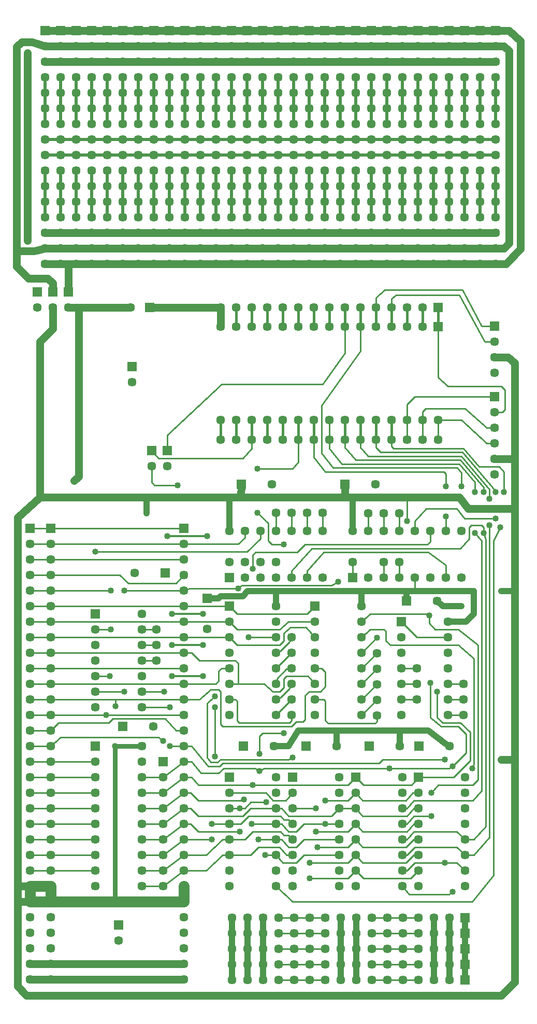
<source format=gtl>
%FSLAX46Y46*%
%MOIN*%
G01*
G75*
%ADD10C,0.040000*%
%ADD11C,0.060000*%
%ADD12C,0.057000*%
%ADD13C,0.077000*%
%AMRECT14*21,1,0.057000,0.057000,0.0,0.0,0.000000*%
%ADD14RECT14*%
%AMRECT15*21,1,0.077000,0.077000,0.0,0.0,0.000000*%
%ADD15RECT15*%
%AMRECT16*21,1,0.057000,0.057000,0.0,0.0,-90.000000*%
%ADD16RECT16*%
%AMRECT17*21,1,0.077000,0.077000,0.0,0.0,-90.000000*%
%ADD17RECT17*%
%AMRECT18*21,1,0.057000,0.057000,0.0,0.0,-180.000000*%
%ADD18RECT18*%
%AMRECT19*21,1,0.077000,0.077000,0.0,0.0,-180.000000*%
%ADD19RECT19*%
%AMRECT20*21,1,0.057000,0.057000,0.0,0.0,-270.000000*%
%ADD20RECT20*%
%AMRECT21*21,1,0.077000,0.077000,0.0,0.0,-270.000000*%
%ADD21RECT21*%
%ADD22C,0.010000*%
%ADD23C,0.030000*%
%ADD24C,0.011000*%
%ADD25C,0.031000*%
%ADD26C,0.012500*%
%ADD27C,0.032500*%
%ADD28C,0.015000*%
%ADD29C,0.035000*%
%ADD30C,0.020000*%
%ADD31C,0.040000*%
%ADD32C,0.030000*%
%ADD33C,0.050000*%
%ADD34C,0.050000*%
%ADD35C,0.070000*%
%ADD36C,0.070000*%
%ADD37C,0.090000*%
D10*
X1050000Y2383600D03*
X1250000Y2383600D03*
X1050000Y2183600D03*
X1250000Y2583600D03*
X1250000Y2183600D03*
X1050000Y2583600D03*
X1018750Y3083600D03*
X1275000Y3083600D03*
X2981250Y1589850D03*
X2806250Y1646100D03*
X2812500Y3402350D03*
X1768750Y1814850D03*
X418750Y333600D03*
X1475000Y2746100D03*
X118750Y4983600D03*
X2718750Y1433600D03*
X1937500Y983600D03*
X2756250Y2083600D03*
X3168750Y2727350D03*
X3093750Y3152350D03*
X2856250Y1602350D03*
X1543750Y2433600D03*
X3162500Y3139850D03*
X2368750Y2427350D03*
X687500Y1989850D03*
X418750Y3439850D03*
X1768750Y3027350D03*
X3056250Y3364850D03*
X3168750Y1646100D03*
X2806250Y983600D03*
X743750Y2733600D03*
X1037500Y1983600D03*
X1656250Y1371100D03*
X1568750Y1483600D03*
X2812500Y3208600D03*
X1650000Y1033600D03*
X2562500Y3177350D03*
X1937500Y883600D03*
X1487500Y1333600D03*
X1325000Y2052350D03*
X993750Y1764850D03*
X2718750Y1283600D03*
X1037500Y1733600D03*
X1512500Y1389850D03*
X656250Y2483600D03*
X3131250Y3364850D03*
X2993750Y2727350D03*
X1975000Y1183600D03*
X2037500Y1383600D03*
X2706250Y2571100D03*
X681250Y1733600D03*
X1562500Y1233600D03*
X2118750Y2789850D03*
X2912500Y2633600D03*
X1306250Y1133600D03*
X3093750Y3321100D03*
X1600000Y3514850D03*
X3131250Y3196100D03*
X1568750Y2871100D03*
X625000Y1933600D03*
X650000Y2183600D03*
X1087500Y3408600D03*
X1825000Y1658600D03*
X1612500Y1571100D03*
X656250Y2733600D03*
X3056250Y3102350D03*
X1325000Y1983600D03*
X2450000Y1589850D03*
X2912500Y3402350D03*
X1975000Y1333600D03*
X3187500Y3364850D03*
X1325000Y1664850D03*
X556250Y2983600D03*
X743750Y2083600D03*
X1306250Y1233600D03*
X1000000Y2083600D03*
X887500Y3227350D03*
X2712500Y2139850D03*
X1612500Y1683600D03*
X2037500Y1233600D03*
X118750Y6189850D03*
X1600000Y3233600D03*
X1487500Y1183600D03*
X1987500Y1083600D03*
X1606250Y1133600D03*
X3000000Y3364850D03*
X3000000Y3102350D03*
X2856250Y796100D03*
D12*
X1818750Y1933600D03*
X950000Y2483600D03*
X2625000Y2233600D03*
X2368750Y1927350D03*
X1818750Y2233600D03*
X1818750Y2333600D03*
X2925000Y2033600D03*
X2625000Y2033600D03*
X2368750Y2127350D03*
X1818750Y2033600D03*
X1818750Y2133600D03*
X1818750Y2433600D03*
X2368750Y2327350D03*
X2925000Y1933600D03*
X2625000Y2133600D03*
X2368750Y2027350D03*
X2368750Y2227350D03*
X2925000Y2133600D03*
X950000Y2283600D03*
X950000Y2383600D03*
X1718750Y3233600D03*
X1418750Y2914850D03*
X1818750Y3233600D03*
X2512500Y2914850D03*
X1618750Y2914850D03*
X1518750Y2914850D03*
X1918750Y3233600D03*
X1718750Y2914850D03*
X2412500Y2914850D03*
X2412500Y3227350D03*
X2512500Y3227350D03*
X2312500Y3227350D03*
X2212500Y2914850D03*
X2131250Y5433600D03*
X2231250Y6233600D03*
X1131250Y5333600D03*
X231250Y6133600D03*
X1131250Y5033600D03*
X2031250Y5633600D03*
X3131250Y5633600D03*
X3031250Y5533600D03*
X2831250Y6033600D03*
X1931250Y5333600D03*
X137500Y1133600D03*
X2731250Y5233600D03*
X831250Y6033600D03*
X631250Y5233600D03*
X1331250Y5133600D03*
X1718750Y1033600D03*
X1125000Y733600D03*
X1431250Y6233600D03*
X1718750Y2533600D03*
X268750Y833600D03*
X1431250Y5533600D03*
X918750Y3533600D03*
X1831250Y5433600D03*
X2231250Y5633600D03*
X831250Y5433600D03*
X1125000Y2833600D03*
X2268750Y2233600D03*
X993750Y1333600D03*
X2031250Y5933600D03*
X268750Y2133600D03*
X2931250Y5233600D03*
X2831250Y4933600D03*
X268750Y1133600D03*
X1125000Y333600D03*
X231250Y5233600D03*
X2937500Y1333600D03*
X2631250Y5033600D03*
X2631250Y5533600D03*
X3031250Y5933600D03*
X1031250Y4833600D03*
X1431250Y5933600D03*
X2031250Y5233600D03*
X268750Y1033600D03*
X1731250Y5133600D03*
X1718750Y2033600D03*
X1718750Y833600D03*
X2731250Y5533600D03*
X1931250Y4933600D03*
X2937500Y833600D03*
X3131250Y4933600D03*
X631250Y5033600D03*
X2125000Y1133600D03*
X1131250Y4933600D03*
X1331250Y6233600D03*
X2531250Y1533600D03*
X1631250Y5433600D03*
X268750Y2333600D03*
X3031250Y4933600D03*
X1731250Y6033600D03*
X1831250Y5233600D03*
X431250Y5433600D03*
X2831250Y6133600D03*
X2931250Y4933600D03*
X331250Y5933600D03*
X2531250Y6033600D03*
X1031250Y5533600D03*
X3131250Y4833600D03*
X1231250Y5233600D03*
X1731250Y5633600D03*
X2931250Y5733600D03*
X2825000Y2233600D03*
X2931250Y5033600D03*
X1331250Y6133600D03*
X137500Y433600D03*
X2931250Y5833600D03*
X631250Y5733600D03*
X731250Y5833600D03*
X231250Y5533600D03*
X2231250Y5333600D03*
X137500Y1233600D03*
X1531250Y5733600D03*
X2268750Y1933600D03*
X137500Y333600D03*
X531250Y6233600D03*
X1931250Y5233600D03*
X1131250Y6133600D03*
X1125000Y1133600D03*
X2531250Y5133600D03*
X1931250Y6033600D03*
X2231250Y5233600D03*
X431250Y5733600D03*
X231250Y5633600D03*
X1931250Y5133600D03*
X2531250Y1133600D03*
X1831250Y6033600D03*
X531250Y5933600D03*
X2531250Y5633600D03*
X3031250Y5733600D03*
X1231250Y5933600D03*
X2831250Y5933600D03*
X2331250Y6233600D03*
X1931250Y5833600D03*
X268750Y3033600D03*
X831250Y5933600D03*
X1718750Y1333600D03*
X137500Y1533600D03*
X2231250Y6033600D03*
X2031250Y5033600D03*
X1931250Y5033600D03*
X731250Y5233600D03*
X1931250Y5533600D03*
X268750Y633600D03*
X268750Y2033600D03*
X431250Y6133600D03*
X231250Y5833600D03*
X431250Y5233600D03*
X1125000Y1233600D03*
X856250Y2083600D03*
X2431250Y5333600D03*
X2531250Y933600D03*
X2931250Y6133600D03*
X1531250Y4933600D03*
X2931250Y5133600D03*
X2931250Y4833600D03*
X3031250Y5433600D03*
X1031250Y5333600D03*
X2331250Y5633600D03*
X1125000Y433600D03*
X2431250Y5433600D03*
X2231250Y4933600D03*
X2331250Y5033600D03*
X2268750Y2533600D03*
X1531250Y5333600D03*
X631250Y5333600D03*
X1331250Y5933600D03*
X1831250Y5733600D03*
X268750Y733600D03*
X1331250Y5733600D03*
X2431250Y5633600D03*
X1931250Y6133600D03*
X1131250Y6233600D03*
X3125000Y4333600D03*
X631250Y5533600D03*
X1231250Y6233600D03*
X2831250Y5633600D03*
X1531250Y6033600D03*
X3031250Y5033600D03*
X331250Y5633600D03*
X137500Y633600D03*
X1931250Y5633600D03*
X3031250Y6233600D03*
X2731250Y5033600D03*
X731250Y5533600D03*
X3131250Y6033600D03*
X3131250Y5733600D03*
X2431250Y5533600D03*
X2431250Y4833600D03*
X1831250Y4833600D03*
X268750Y1533600D03*
X2231250Y6133600D03*
X631250Y5433600D03*
X993750Y933600D03*
X831250Y6133600D03*
X1431250Y5433600D03*
X1831250Y5833600D03*
X856250Y1983600D03*
X331250Y4933600D03*
X2431250Y5933600D03*
X1231250Y5633600D03*
X1718750Y2433600D03*
X1731250Y4933600D03*
X268750Y1733600D03*
X2031250Y4933600D03*
X1718750Y1433600D03*
X137500Y2633600D03*
X2731250Y5633600D03*
X1125000Y1533600D03*
X3031250Y5833600D03*
X631250Y6033600D03*
X1731250Y5933600D03*
X1931250Y5933600D03*
X2931250Y5333600D03*
X2131250Y5233600D03*
X631250Y4833600D03*
X2825000Y2333600D03*
X1631250Y5033600D03*
X1718750Y2633600D03*
X1531250Y5533600D03*
X2431250Y5833600D03*
X2031250Y5333600D03*
X2131250Y5833600D03*
X137500Y2933600D03*
X1131250Y5833600D03*
X331250Y6133600D03*
X1631250Y5633600D03*
X331250Y6033600D03*
X856250Y1233600D03*
X1631250Y5533600D03*
X1125000Y633600D03*
X1731250Y5233600D03*
X1718750Y1133600D03*
X1831250Y5533600D03*
X3125000Y3577350D03*
X1531250Y5833600D03*
X431250Y6233600D03*
X731250Y5633600D03*
X1031250Y5733600D03*
X856250Y2383600D03*
X3125000Y3777350D03*
X2268750Y2633600D03*
X2731250Y6233600D03*
X731250Y5333600D03*
X2631250Y5833600D03*
X831250Y4933600D03*
X2531250Y5233600D03*
X1431250Y5233600D03*
X1231250Y4833600D03*
X931250Y6133600D03*
X2131250Y5733600D03*
X3031250Y4833600D03*
X856250Y1733600D03*
X931250Y5333600D03*
X2531250Y833600D03*
X137500Y1933600D03*
X1125000Y1933600D03*
X2125000Y833600D03*
X2531250Y4933600D03*
X1331250Y4833600D03*
X2131250Y6033600D03*
X1031250Y6233600D03*
X2937500Y1233600D03*
X631250Y5933600D03*
X993750Y1433600D03*
X2631250Y5233600D03*
X1331250Y4933600D03*
X2131250Y4933600D03*
X431250Y5633600D03*
X1531250Y5933600D03*
X1331250Y5333600D03*
X137500Y1633600D03*
X268750Y933600D03*
X137500Y2133600D03*
X2531250Y6233600D03*
X993750Y1133600D03*
X331250Y6233600D03*
X1731250Y4833600D03*
X2937500Y1033600D03*
X1125000Y233600D03*
X268750Y2533600D03*
X2731250Y4933600D03*
X531250Y5533600D03*
X1531250Y5633600D03*
X2231250Y5133600D03*
X1131250Y5633600D03*
X2431250Y5733600D03*
X431250Y4933600D03*
X2931250Y5533600D03*
X1631250Y5133600D03*
X1125000Y933600D03*
X2831250Y5533600D03*
X1718750Y1233600D03*
X137500Y3033600D03*
X531250Y6033600D03*
X2631250Y4933600D03*
X3125000Y4233600D03*
X3031250Y6033600D03*
X2937500Y933600D03*
X1031250Y5933600D03*
X831250Y5833600D03*
X268750Y2233600D03*
X1125000Y3033600D03*
X931250Y5733600D03*
X431250Y5833600D03*
X856250Y933600D03*
X1631250Y6133600D03*
X331250Y4833600D03*
X1031250Y5133600D03*
X2331250Y5433600D03*
X856250Y833600D03*
X831250Y4833600D03*
X1331250Y5233600D03*
X2931250Y5633600D03*
X331250Y5533600D03*
X2331250Y4833600D03*
X531250Y5133600D03*
X531250Y5733600D03*
X993750Y1233600D03*
X1031250Y5633600D03*
X856250Y1433600D03*
X1031250Y5033600D03*
X331250Y5833600D03*
X2531250Y5333600D03*
X1125000Y1433600D03*
X2825000Y2433600D03*
X631250Y4933600D03*
X268750Y1833600D03*
X931250Y6233600D03*
X2431250Y5233600D03*
X831250Y5133600D03*
X268750Y2633600D03*
X1031250Y6133600D03*
X2937500Y1433600D03*
X1331250Y6033600D03*
X331250Y5133600D03*
X1331250Y5633600D03*
X2268750Y2033600D03*
X231250Y5033600D03*
X1731250Y5733600D03*
X268750Y1933600D03*
X137500Y1333600D03*
X137500Y1033600D03*
X2031250Y5133600D03*
X2431250Y6233600D03*
X137500Y2433600D03*
X2831250Y6233600D03*
X2125000Y1033600D03*
X731250Y5733600D03*
X931250Y5933600D03*
X1331250Y5533600D03*
X3125000Y3877350D03*
X2231250Y5033600D03*
X1531250Y5033600D03*
X2431250Y5133600D03*
X2531250Y5833600D03*
X1231250Y4933600D03*
X2331250Y5833600D03*
X2125000Y933600D03*
X2331250Y4933600D03*
X1031250Y5433600D03*
X1125000Y533600D03*
X1631250Y5833600D03*
X2731250Y5733600D03*
X731250Y5033600D03*
X331250Y5433600D03*
X1831250Y5633600D03*
X1631250Y5333600D03*
X2331250Y5533600D03*
X1231250Y5133600D03*
X1231250Y5833600D03*
X1431250Y5133600D03*
X1431250Y5633600D03*
X1431250Y5333600D03*
X831250Y5633600D03*
X1131250Y4833600D03*
X1718750Y933600D03*
X3125000Y3677350D03*
X731250Y5433600D03*
X2231250Y5533600D03*
X2431250Y6033600D03*
X2531250Y5033600D03*
X2331250Y5233600D03*
X856250Y1333600D03*
X268750Y433600D03*
X1731250Y5533600D03*
X231250Y6233600D03*
X137500Y2733600D03*
X431250Y5033600D03*
X2431250Y5033600D03*
X631250Y5133600D03*
X1831250Y5133600D03*
X2731250Y6033600D03*
X3031250Y5233600D03*
X1731250Y5033600D03*
X2831250Y5233600D03*
X1131250Y5133600D03*
X1331250Y5433600D03*
X1131250Y5233600D03*
X431250Y5533600D03*
X931250Y5633600D03*
X2531250Y4833600D03*
X2937500Y1533600D03*
X2731250Y5933600D03*
X1831250Y4933600D03*
X231250Y5433600D03*
X268750Y1333600D03*
X1431250Y4933600D03*
X2031250Y5533600D03*
X2231250Y4833600D03*
X137500Y933600D03*
X1231250Y5433600D03*
X931250Y5433600D03*
X2031250Y5433600D03*
X531250Y4833600D03*
X1125000Y2033600D03*
X731250Y6133600D03*
X2731250Y5133600D03*
X531250Y5333600D03*
X831250Y5233600D03*
X1631250Y6033600D03*
X2268750Y2333600D03*
X2531250Y5433600D03*
X1931250Y5433600D03*
X1431250Y4833600D03*
X2131250Y6233600D03*
X1431250Y6133600D03*
X3131250Y5233600D03*
X2231250Y5833600D03*
X231250Y5133600D03*
X1018750Y3533600D03*
X931250Y4833600D03*
X631250Y6133600D03*
X2125000Y1533600D03*
X2331250Y5333600D03*
X2631250Y5133600D03*
X1718750Y2233600D03*
X3131250Y6233600D03*
X1231250Y5533600D03*
X137500Y233600D03*
X2937500Y1133600D03*
X2531250Y1033600D03*
X431250Y5133600D03*
X631250Y6233600D03*
X1131250Y5433600D03*
X1531250Y6233600D03*
X431250Y5333600D03*
X268750Y1233600D03*
X856250Y2183600D03*
X281250Y4552350D03*
X856250Y2283600D03*
X3131250Y5133600D03*
X856250Y2483600D03*
X1831250Y5933600D03*
X2431250Y6133600D03*
X1231250Y5333600D03*
X3131250Y5533600D03*
X3031250Y5133600D03*
X2831250Y5833600D03*
X731250Y4833600D03*
X1231250Y5033600D03*
X1131250Y5533600D03*
X1431250Y6033600D03*
X137500Y1833600D03*
X2125000Y1233600D03*
X1731250Y6233600D03*
X181250Y4552350D03*
X1931250Y4833600D03*
X1275000Y2485175D03*
X3131250Y5033600D03*
X2531250Y1433600D03*
X231250Y4933600D03*
X137500Y733600D03*
X2125000Y1333600D03*
X2831250Y5033600D03*
X931250Y5233600D03*
X2331250Y5933600D03*
X856250Y1633600D03*
X2131250Y5633600D03*
X2631250Y5633600D03*
X1631250Y5933600D03*
X2831250Y5733600D03*
X1231250Y5733600D03*
X993750Y833600D03*
X331250Y5333600D03*
X1631250Y6233600D03*
X2531250Y6133600D03*
X1431250Y5033600D03*
X231250Y5733600D03*
X731250Y6033600D03*
X1718750Y2133600D03*
X1831250Y6133600D03*
X268750Y2833600D03*
X1831250Y5333600D03*
X1718750Y2333600D03*
X3131250Y6133600D03*
X2531250Y5933600D03*
X856250Y1533600D03*
X268750Y533600D03*
X831250Y6233600D03*
X1631250Y4833600D03*
X2131250Y5033600D03*
X1125000Y2333600D03*
X931250Y6033600D03*
X2131250Y5333600D03*
X1331250Y5833600D03*
X2031250Y5833600D03*
X1125000Y1733600D03*
X1031250Y5833600D03*
X2531250Y5733600D03*
X2731250Y5833600D03*
X1431250Y5833600D03*
X268750Y2933600D03*
X2131250Y4833600D03*
X1831250Y5033600D03*
X631250Y5833600D03*
X531250Y5833600D03*
X531250Y5633600D03*
X1125000Y2733600D03*
X631250Y5633600D03*
X2331250Y5133600D03*
X931250Y5533600D03*
X2831250Y5133600D03*
X431250Y4833600D03*
X1531250Y5433600D03*
X2831250Y4833600D03*
X231250Y5933600D03*
X331250Y5233600D03*
X1125000Y2233600D03*
X1231250Y6033600D03*
X731250Y5933600D03*
X1431250Y5733600D03*
X2831250Y5433600D03*
X531250Y5233600D03*
X831250Y5033600D03*
X2631250Y6133600D03*
X2631250Y5333600D03*
X2631250Y5433600D03*
X2731250Y5333600D03*
X2268750Y2433600D03*
X793750Y4071100D03*
X1125000Y1833600D03*
X2631250Y6033600D03*
X2031250Y6033600D03*
X3125000Y4133600D03*
X1631250Y5733600D03*
X1631250Y4933600D03*
X1131250Y5733600D03*
X137500Y1733600D03*
X993750Y1533600D03*
X2031250Y6133600D03*
X2731250Y5433600D03*
X2631250Y5733600D03*
X1125000Y833600D03*
X531250Y6133600D03*
X431250Y5933600D03*
X1718750Y1933600D03*
X137500Y833600D03*
X137500Y2833600D03*
X268750Y1433600D03*
X331250Y5733600D03*
X856250Y1033600D03*
X1731250Y6133600D03*
X2531250Y1333600D03*
X856250Y2583600D03*
X1125000Y2533600D03*
X2531250Y1233600D03*
X137500Y2233600D03*
X2231250Y5933600D03*
X1131250Y6033600D03*
X2631250Y6233600D03*
X2731250Y4833600D03*
X137500Y1433600D03*
X931250Y4933600D03*
X231250Y5333600D03*
X268750Y333600D03*
X1731250Y5433600D03*
X231250Y4833600D03*
X1125000Y2433600D03*
X1531250Y4833600D03*
X3131250Y5933600D03*
X2831250Y5333600D03*
X2825000Y2133600D03*
X831250Y5333600D03*
X931250Y5833600D03*
X2531250Y5533600D03*
X231250Y6033600D03*
X1931250Y5733600D03*
X268750Y233600D03*
X2131250Y6133600D03*
X1531250Y5133600D03*
X2931250Y5933600D03*
X731250Y6233600D03*
X2131250Y5533600D03*
X1125000Y1633600D03*
X2631250Y5933600D03*
X137500Y533600D03*
X731250Y4933600D03*
X831250Y5733600D03*
X731250Y5133600D03*
X2131250Y5933600D03*
X137500Y2333600D03*
X531250Y5433600D03*
X268750Y2433600D03*
X3131250Y5433600D03*
X531250Y4933600D03*
X2431250Y4933600D03*
X137500Y2533600D03*
X3131250Y5333600D03*
X3031250Y5633600D03*
X856250Y1133600D03*
X2331250Y6033600D03*
X931250Y5133600D03*
X1031250Y4933600D03*
X2931250Y6233600D03*
X2031250Y6233600D03*
X2825000Y1933600D03*
X1718750Y1533600D03*
X1125000Y2933600D03*
X931250Y5033600D03*
X2031250Y5733600D03*
X1931250Y6233600D03*
X1731250Y5333600D03*
X1531250Y6133600D03*
X3131250Y5833600D03*
X531250Y5033600D03*
X2731250Y6133600D03*
X2631250Y4833600D03*
X2268750Y2133600D03*
X2231250Y5733600D03*
X1331250Y5033600D03*
X1131250Y5933600D03*
X1125000Y2633600D03*
X268750Y2733600D03*
X2331250Y6133600D03*
X1125000Y1033600D03*
X3031250Y6133600D03*
X431250Y6033600D03*
X2825000Y2533600D03*
X1531250Y5233600D03*
X2331250Y5733600D03*
X1231250Y6133600D03*
X331250Y5033600D03*
X3125000Y3477350D03*
X1031250Y6033600D03*
X2131250Y5133600D03*
X137500Y2033600D03*
X1125000Y2133600D03*
X381250Y4552350D03*
X706250Y483600D03*
X2931250Y6033600D03*
X1631250Y5233600D03*
X2031250Y4833600D03*
X1831250Y6233600D03*
X2825000Y2033600D03*
X831250Y5533600D03*
X2931250Y5433600D03*
X2231250Y5433600D03*
X2125000Y1433600D03*
X1031250Y5233600D03*
X3031250Y5333600D03*
X1125000Y1333600D03*
X1731250Y5833600D03*
X993750Y1033600D03*
X268750Y1633600D03*
X2362500Y3702350D03*
X1562500Y3702350D03*
X2737500Y627350D03*
X1737500Y427350D03*
X1837500Y427350D03*
X2437500Y627350D03*
X2337500Y227350D03*
X2537500Y627350D03*
X2662500Y3827350D03*
X1537500Y627350D03*
X1437500Y627350D03*
X2037500Y227350D03*
X2637500Y427350D03*
X1437500Y327350D03*
X2837500Y627350D03*
X1937500Y527350D03*
X2637500Y527350D03*
X2037500Y427350D03*
X2037500Y327350D03*
X2262500Y3827350D03*
X1537500Y227350D03*
X2437500Y427350D03*
X2837500Y327350D03*
X1662500Y3827350D03*
X1662500Y3702350D03*
X2162500Y3702350D03*
X1437500Y227350D03*
X1818750Y2814850D03*
X2312500Y2814850D03*
X2537500Y427350D03*
X1537500Y327350D03*
X2562500Y3827350D03*
X2137500Y627350D03*
X1937500Y327350D03*
X2337500Y527350D03*
X2062500Y3702350D03*
X1718750Y2814850D03*
X2462500Y3702350D03*
X2537500Y227350D03*
X1837500Y327350D03*
X1537500Y427350D03*
X2612500Y2814850D03*
X1362500Y3827350D03*
X1618750Y2814850D03*
X2562500Y3702350D03*
X2737500Y227350D03*
X1462500Y3827350D03*
X2018750Y2814850D03*
X2512500Y2814850D03*
X2237500Y527350D03*
X1737500Y627350D03*
X2362500Y3827350D03*
X2437500Y327350D03*
X2062500Y3827350D03*
X1918750Y2814850D03*
X1837500Y227350D03*
X1762500Y3702350D03*
X1562500Y3827350D03*
X2137500Y227350D03*
X1437500Y527350D03*
X2037500Y527350D03*
X2737500Y527350D03*
X2337500Y627350D03*
X2737500Y427350D03*
X2137500Y427350D03*
X2812500Y2814850D03*
X1637500Y427350D03*
X1437500Y427350D03*
X1462500Y3702350D03*
X807825Y2846100D03*
X1862500Y3702350D03*
X1937500Y427350D03*
X2637500Y227350D03*
X1518750Y2814850D03*
X1937500Y227350D03*
X2737500Y327350D03*
X2437500Y227350D03*
X1937500Y627350D03*
X1637500Y327350D03*
X2762500Y3702350D03*
X781250Y4552350D03*
X2912500Y2814850D03*
X2437500Y527350D03*
X1637500Y227350D03*
X2237500Y327350D03*
X2237500Y427350D03*
X2837500Y227350D03*
X2412500Y2814850D03*
X1962500Y3827350D03*
X2837500Y427350D03*
X2237500Y627350D03*
X1737500Y327350D03*
X2762500Y3827350D03*
X1737500Y227350D03*
X2337500Y427350D03*
X1837500Y627350D03*
X2137500Y527350D03*
X1837500Y527350D03*
X1637500Y527350D03*
X2462500Y3827350D03*
X1362500Y3702350D03*
X2537500Y327350D03*
X2537500Y527350D03*
X1962500Y3702350D03*
X2262500Y3702350D03*
X1862500Y3827350D03*
X2712500Y2814850D03*
X1762500Y3827350D03*
X2637500Y327350D03*
X2037500Y627350D03*
X2162500Y3827350D03*
X2837500Y527350D03*
X2237500Y227350D03*
X1537500Y527350D03*
X1637500Y627350D03*
X2337500Y327350D03*
X2662500Y3702350D03*
X1737500Y527350D03*
X2137500Y327350D03*
X2637500Y627350D03*
X1825000Y833600D03*
X1968750Y1933600D03*
X1418750Y2133600D03*
X2637500Y833600D03*
X2525000Y2233600D03*
X1418750Y1133600D03*
X1418750Y1333600D03*
X556250Y1983600D03*
X2231250Y1333600D03*
X556250Y2383600D03*
X1825000Y933600D03*
X1418750Y2033600D03*
X1418750Y2533600D03*
X556250Y2183600D03*
X2231250Y1133600D03*
X1418750Y2433600D03*
X2525000Y1933600D03*
X1825000Y1133600D03*
X1825000Y1233600D03*
X2637500Y933600D03*
X556250Y1633600D03*
X1418750Y1933600D03*
X2231250Y1033600D03*
X2637500Y1433600D03*
X556250Y1233600D03*
X2231250Y833600D03*
X556250Y933600D03*
X2525000Y2033600D03*
X556250Y1033600D03*
X556250Y833600D03*
X2525000Y2333600D03*
X556250Y2283600D03*
X1968750Y2233600D03*
X556250Y2483600D03*
X1968750Y2533600D03*
X2637500Y1033600D03*
X2231250Y1233600D03*
X1825000Y1033600D03*
X556250Y2083600D03*
X1968750Y2433600D03*
X556250Y1333600D03*
X556250Y1533600D03*
X1825000Y1433600D03*
X1418750Y2233600D03*
X556250Y1433600D03*
X1418750Y933600D03*
X1418750Y1433600D03*
X1825000Y1333600D03*
X2231250Y1433600D03*
X1968750Y2133600D03*
X1968750Y2033600D03*
X1418750Y833600D03*
X556250Y1133600D03*
X2637500Y1333600D03*
X1418750Y1233600D03*
X1418750Y1033600D03*
X1968750Y2333600D03*
X2637500Y1233600D03*
X2525000Y2433600D03*
X2637500Y1133600D03*
X2525000Y2133600D03*
X1418750Y2333600D03*
X2231250Y933600D03*
X1918750Y3114850D03*
X1618750Y3114850D03*
X2562500Y4427350D03*
X1562500Y4552350D03*
X2212500Y3114850D03*
X2362500Y4427350D03*
X1418750Y3114850D03*
X1718750Y3114850D03*
X1518750Y3114850D03*
X929675Y1858600D03*
X2562500Y4552350D03*
X2662500Y4427350D03*
X1662500Y4552350D03*
X2812500Y3114850D03*
X2362500Y4552350D03*
X2462500Y4552350D03*
X2262500Y4427350D03*
X1862500Y4552350D03*
X1562500Y4427350D03*
X1818750Y3114850D03*
X1762500Y4552350D03*
X2062500Y4427350D03*
X2262500Y4552350D03*
X1662500Y4427350D03*
X2062500Y4552350D03*
X1462500Y4427350D03*
X2412500Y3114850D03*
X2360925Y3414850D03*
X1862500Y4427350D03*
X2162500Y4552350D03*
X1762500Y4427350D03*
X1962500Y4427350D03*
X1362500Y4427350D03*
X2754675Y2664850D03*
X2912500Y3114850D03*
X2162500Y4427350D03*
X2512500Y3114850D03*
X2018750Y3114850D03*
X1462500Y4552350D03*
X2462500Y4427350D03*
X2517175Y1733600D03*
X1692175Y3414850D03*
X2712500Y3114850D03*
X2662500Y4552350D03*
X1704675Y1733600D03*
X2110925Y1733600D03*
X2835925Y1733600D03*
X2612500Y3114850D03*
X1362500Y4552350D03*
X2312500Y3114850D03*
X1962500Y4552350D03*
D14*
X1031250Y6333600D03*
X2131250Y6333600D03*
X3125000Y4433600D03*
X331250Y6333600D03*
X2031250Y6333600D03*
X1831250Y6333600D03*
X3125000Y3977350D03*
X1125000Y3133600D03*
X793750Y4171100D03*
X918750Y3633600D03*
X2631250Y6333600D03*
X381250Y4652350D03*
X431250Y6333600D03*
X1531250Y6333600D03*
X3131250Y6333600D03*
X1931250Y6333600D03*
X531250Y6333600D03*
X1231250Y6333600D03*
X631250Y6333600D03*
X268750Y3133600D03*
X1631250Y6333600D03*
X137500Y3133600D03*
X1331250Y6333600D03*
X931250Y6333600D03*
X281250Y4652350D03*
X2931250Y6333600D03*
X1275000Y2682025D03*
X2531250Y6333600D03*
X2331250Y6333600D03*
X2231250Y6333600D03*
X993750Y1633600D03*
X2831250Y6333600D03*
X731250Y6333600D03*
X831250Y6333600D03*
X2731250Y6333600D03*
X181250Y4652350D03*
X706250Y583600D03*
X1131250Y6333600D03*
X231250Y6333600D03*
X2431250Y6333600D03*
X3031250Y6333600D03*
X1431250Y6333600D03*
X1731250Y6333600D03*
X1018750Y3633600D03*
D16*
X1004675Y2846100D03*
X1418750Y2814850D03*
X2937500Y627350D03*
X2937500Y427350D03*
X2937500Y327350D03*
X906250Y4552350D03*
X2937500Y227350D03*
X2212500Y2814850D03*
X2937500Y527350D03*
D18*
X556250Y1733600D03*
X2637500Y1533600D03*
X1825000Y1533600D03*
X2525000Y2533600D03*
X1418750Y2633600D03*
X556250Y2583600D03*
X1968750Y2633600D03*
X2231250Y1533600D03*
X1418750Y1533600D03*
D20*
X2557825Y2664850D03*
X2164075Y3414850D03*
X1914075Y1733600D03*
X1495325Y3414850D03*
X2762500Y4427350D03*
X2762500Y4552350D03*
X2320325Y1733600D03*
X1507825Y1733600D03*
X732825Y1858600D03*
X2639075Y1733600D03*
D12*
X2018750Y3233600D03*
D22*
X1175000Y1633600D02*
X1237500Y1558600D01*
X2181250Y1083600D02*
X1987500Y1083600D01*
X3056250Y3102350D02*
X3056250Y3139850D01*
X2937500Y3902350D02*
X3075000Y3777350D01*
X2612500Y983600D02*
X2806250Y983600D01*
X2937500Y1133600D02*
X2993750Y1133600D01*
X2537500Y527350D02*
X2437500Y527350D01*
X1037500Y1733600D02*
X1125000Y1733600D01*
X1618750Y3114850D02*
X1618750Y3064850D01*
X1418750Y2133600D02*
X1475000Y2133600D01*
X2268750Y2133600D02*
X2368750Y2227350D01*
X1418750Y2533600D02*
X1468750Y2483600D01*
X768750Y2777350D02*
X1075000Y2777350D01*
X268750Y1233600D02*
X556250Y1233600D01*
X2562500Y1033600D02*
X2612500Y1083600D01*
X3056250Y3139850D02*
X3043750Y3152350D01*
X1456250Y2283600D02*
X1475000Y2264850D01*
X2462500Y3702350D02*
X2462500Y3658600D01*
X2325000Y2483600D02*
X2412500Y2483600D01*
X2918750Y3621100D02*
X2393750Y3621100D01*
X268750Y2133600D02*
X1125000Y2133600D01*
X2825000Y2133600D02*
X2925000Y2133600D01*
X2125000Y1333600D02*
X2231250Y1333600D01*
X137500Y2133600D02*
X268750Y2133600D01*
X2037500Y1383600D02*
X2181250Y1383600D01*
X1743750Y1083600D02*
X1787500Y1033600D01*
X2231250Y1133600D02*
X2181250Y1083600D01*
X1787500Y2183600D02*
X1925000Y2183600D01*
X2268750Y2233600D02*
X2368750Y2327350D01*
X2531250Y1333600D02*
X2562500Y1333600D01*
X137500Y1033600D02*
X268750Y1033600D01*
X2412500Y3114850D02*
X2412500Y3227350D01*
X268750Y1733600D02*
X331250Y1789850D01*
X1800000Y1646100D02*
X1825000Y1658600D01*
X1918750Y2583600D02*
X1968750Y2633600D01*
X1175000Y1533600D02*
X1218750Y1483600D01*
X2662500Y3827350D02*
X2662500Y3702350D01*
X2268750Y2333600D02*
X2368750Y2427350D01*
X2575000Y777350D02*
X2831250Y777350D01*
X2462500Y4552350D02*
X2462500Y4608600D01*
X2881250Y3258600D02*
X2931250Y3196100D01*
X1631250Y1814850D02*
X1612500Y1796100D01*
X2075000Y1283600D02*
X2125000Y1333600D01*
X2881250Y1083600D02*
X2937500Y1033600D01*
X2912500Y3827350D02*
X3075000Y3677350D01*
X962500Y1789850D02*
X993750Y1764850D01*
X1125000Y2033600D02*
X1225000Y2033600D01*
X2531250Y1233600D02*
X2562500Y1233600D01*
X2231250Y1433600D02*
X2275000Y1383600D01*
X1356250Y1602350D02*
X1375000Y1621100D01*
X2525000Y2533600D02*
X2625000Y2433600D01*
X937500Y3408600D02*
X918750Y3427350D01*
X1743750Y2083600D02*
X1768750Y2108600D01*
X1475000Y2133600D02*
X1643750Y2133600D01*
X137500Y1533600D02*
X268750Y1533600D01*
X268750Y1533600D02*
X556250Y1533600D01*
X2918750Y4664850D02*
X2418750Y4664850D01*
X2562500Y1183600D02*
X2606250Y1233600D01*
X2762500Y4102350D02*
X2762500Y4427350D01*
X687500Y2033600D02*
X1125000Y2033600D01*
X268750Y2333600D02*
X1125000Y2333600D01*
X2562500Y3827350D02*
X2562500Y3927350D01*
X1587500Y1589850D02*
X1612500Y1571100D01*
X2987500Y1383600D02*
X3043750Y1446100D01*
X2687500Y3258600D02*
X2881250Y3258600D01*
X1718750Y3233600D02*
X1718750Y3114850D01*
X2831250Y1589850D02*
X2856250Y1602350D01*
X1475000Y3033600D02*
X1518750Y3071100D01*
X1325000Y2052350D02*
X1275000Y2008600D01*
X1643750Y1589850D02*
X2450000Y1589850D01*
X2531250Y1033600D02*
X2562500Y1033600D01*
X268750Y2433600D02*
X1125000Y2433600D01*
X2512500Y3114850D02*
X2512500Y3227350D01*
X137500Y2433600D02*
X268750Y2433600D01*
X3093750Y3321100D02*
X3093750Y3383600D01*
X2012500Y2233600D02*
X1968750Y2233600D01*
X2825000Y4046100D02*
X2762500Y4102350D01*
X268750Y1433600D02*
X556250Y1433600D01*
X1075000Y1833600D02*
X1125000Y1833600D01*
X2943750Y1808600D02*
X2943750Y1689850D01*
X856250Y2483600D02*
X950000Y2483600D01*
X2987500Y1483600D02*
X3018750Y1514850D01*
X2281250Y1483600D02*
X2593750Y1483600D01*
X1750000Y1183600D02*
X1568750Y1183600D01*
X1837500Y327350D02*
X1737500Y327350D01*
X1800000Y1283600D02*
X2075000Y1283600D01*
X2212500Y2914850D02*
X2212500Y2814850D01*
X1487500Y1333600D02*
X1518750Y1333600D01*
X2562500Y1133600D02*
X2606250Y1183600D01*
X1806250Y1883600D02*
X1818750Y1896100D01*
X1612500Y1796100D02*
X1612500Y1683600D01*
X1937500Y427350D02*
X2037500Y427350D01*
X2637500Y527350D02*
X2537500Y527350D01*
X2912500Y3489850D02*
X2887500Y3521100D01*
X1756250Y1133600D02*
X1800000Y1083600D01*
X1737500Y427350D02*
X1837500Y427350D01*
X2162500Y4258600D02*
X2162500Y4427350D01*
X1481250Y1883600D02*
X1806250Y1883600D01*
X918750Y3427350D02*
X918750Y3533600D01*
X1768750Y1258600D02*
X1750000Y1283600D01*
X268750Y1133600D02*
X556250Y1133600D01*
X268750Y2033600D02*
X687500Y2033600D01*
X1275000Y2008600D02*
X1275000Y1658600D01*
X856250Y1533600D02*
X993750Y1533600D01*
X2075000Y2764850D02*
X2118750Y2789850D01*
X3075000Y3777350D02*
X3125000Y3777350D01*
X1781250Y1383600D02*
X1825000Y1433600D01*
X2006250Y2083600D02*
X2037500Y2114850D01*
X1787500Y2227350D02*
X1818750Y2233600D01*
X2181250Y983600D02*
X1937500Y983600D01*
X1587500Y2977350D02*
X1856250Y2977350D01*
X1418750Y1033600D02*
X1556250Y1033600D01*
X137500Y3133600D02*
X268750Y3133600D01*
X137500Y933600D02*
X268750Y933600D01*
X2268750Y2033600D02*
X2368750Y2127350D01*
X1937500Y327350D02*
X1837500Y327350D01*
X1925000Y2183600D02*
X1968750Y2133600D01*
X2275000Y983600D02*
X2556250Y983600D01*
X1818750Y3233600D02*
X1818750Y3114850D01*
X1825000Y733600D02*
X1718750Y833600D01*
X1418750Y2033600D02*
X1456250Y2033600D01*
X993750Y1133600D02*
X1125000Y1233600D01*
X268750Y1333600D02*
X556250Y1333600D01*
X2562500Y3702350D02*
X2562500Y3827350D01*
X1787500Y1033600D02*
X1825000Y1033600D01*
X2912500Y3596100D02*
X2312500Y3596100D01*
X1600000Y3233600D02*
X1668750Y3164850D01*
X3056250Y3364850D02*
X3056250Y3396100D01*
X3018750Y2383600D02*
X2893750Y2483600D01*
X2981250Y733600D02*
X3118750Y902350D01*
X2381250Y1621100D02*
X2406250Y1646100D01*
X2281250Y883600D02*
X2587500Y883600D01*
X1850000Y1183600D02*
X1900000Y1233600D01*
X1375000Y1858600D02*
X1818750Y1858600D01*
X3043750Y4433600D02*
X2918750Y4664850D01*
X137500Y1333600D02*
X268750Y1333600D01*
X1300000Y1627350D02*
X1343750Y1627350D01*
X2262500Y4271100D02*
X2012500Y3921100D01*
X3125000Y3877350D02*
X3175000Y3877350D01*
X2325000Y2583600D02*
X2268750Y2533600D01*
X2625000Y2133600D02*
X2525000Y2133600D01*
X1125000Y3033600D02*
X1475000Y3033600D01*
X2681250Y2583600D02*
X2325000Y2583600D01*
X1125000Y1133600D02*
X993750Y1033600D01*
X743750Y2733600D02*
X1125000Y2733600D01*
X1837500Y227350D02*
X1937500Y227350D01*
X2262500Y4427350D02*
X2262500Y4271100D01*
X1362500Y1646100D02*
X1800000Y1646100D01*
X1718750Y1333600D02*
X1756250Y1333600D01*
X2943750Y1689850D02*
X2856250Y1602350D01*
X1818750Y2858600D02*
X1950000Y3002350D01*
X2493750Y4633600D02*
X2900000Y4633600D01*
X1268750Y1033600D02*
X1375000Y1133600D01*
X1487500Y1333600D02*
X1418750Y1333600D01*
X268750Y2633600D02*
X1125000Y2633600D01*
X137500Y1133600D02*
X268750Y1133600D01*
X2062500Y3702350D02*
X2062500Y3827350D01*
X2231250Y1133600D02*
X2275000Y1083600D01*
X3068750Y3058600D02*
X3056250Y3102350D01*
X1743750Y2483600D02*
X1800000Y2533600D01*
X2475000Y3646100D02*
X2925000Y3646100D01*
X1125000Y1433600D02*
X1168750Y1433600D01*
X1125000Y2133600D02*
X1331250Y2133600D01*
X2712500Y2139850D02*
X2712500Y1914850D01*
X2181250Y1383600D02*
X2231250Y1433600D01*
X856250Y1133600D02*
X993750Y1133600D01*
X2662500Y3883600D02*
X2681250Y3902350D01*
X2706250Y2571100D02*
X2681250Y2583600D01*
X1800000Y2533600D02*
X1968750Y2533600D01*
X1075000Y2777350D02*
X1125000Y2833600D01*
X137500Y2033600D02*
X268750Y2033600D01*
X1750000Y1283600D02*
X1543750Y1283600D01*
X2712500Y3046100D02*
X2712500Y3114850D01*
X3125000Y4433600D02*
X3043750Y4433600D01*
X2231250Y1233600D02*
X2275000Y1183600D01*
X2593750Y1483600D02*
X2637500Y1533600D01*
X1800000Y1183600D02*
X1850000Y1183600D01*
X2975000Y3152350D02*
X2962500Y3139850D01*
X1612500Y1571100D02*
X1643750Y1589850D01*
X2937500Y1033600D02*
X2993750Y1033600D01*
X1825000Y3514850D02*
X1862500Y3558600D01*
X2612500Y3177350D02*
X2687500Y3258600D01*
X1850000Y1889850D02*
X1893750Y1889850D01*
X2612500Y2727350D02*
X2612500Y2814850D01*
X1518750Y3071100D02*
X1518750Y3114850D01*
X1968750Y2033600D02*
X2025000Y2033600D01*
X656250Y2483600D02*
X556250Y2483600D01*
X856250Y2283600D02*
X950000Y2283600D01*
X1306250Y1233600D02*
X1418750Y1233600D01*
X2181250Y983600D02*
X2231250Y1033600D01*
X2268750Y1933600D02*
X2368750Y2027350D01*
X268750Y2233600D02*
X1125000Y2233600D01*
X2037500Y2114850D02*
X2037500Y2208600D01*
X1543750Y2433600D02*
X1718750Y2433600D01*
X1768750Y1814850D02*
X1631250Y1814850D01*
X2881250Y983600D02*
X2937500Y933600D01*
X2181250Y883600D02*
X1937500Y883600D01*
X2312500Y3596100D02*
X2262500Y3652350D01*
X1556250Y1371100D02*
X1656250Y1371100D01*
X2625000Y2433600D02*
X2825000Y2433600D01*
X2900000Y4633600D02*
X3062500Y4333600D01*
X3175000Y3877350D02*
X3193750Y3896100D01*
X1906250Y3027350D02*
X2693750Y3027350D01*
X656250Y2733600D02*
X268750Y2733600D01*
X137500Y2533600D02*
X268750Y2533600D01*
X3043750Y3052350D02*
X3000000Y3102350D01*
X1125000Y1133600D02*
X1306250Y1133600D01*
X2437500Y627350D02*
X2537500Y627350D01*
X1862500Y3558600D02*
X1862500Y3702350D01*
X1893750Y1889850D02*
X1906250Y1902350D01*
X1718750Y1933600D02*
X1818750Y2033600D01*
X2231250Y1333600D02*
X2275000Y1283600D01*
X137500Y2233600D02*
X268750Y2233600D01*
X1237500Y1558600D02*
X1350000Y1558600D01*
X1700000Y2083600D02*
X1743750Y2083600D01*
X2606250Y1283600D02*
X2718750Y1283600D01*
X137500Y1733600D02*
X268750Y1733600D01*
X2600000Y1433600D02*
X2637500Y1433600D01*
X1225000Y2033600D02*
X1300000Y2096100D01*
X1818750Y1858600D02*
X1850000Y1889850D01*
X2893750Y1858600D02*
X2943750Y1808600D01*
X1506250Y3583600D02*
X1562500Y3646100D01*
X1456250Y2033600D02*
X1468750Y2021100D01*
X2825000Y2033600D02*
X2925000Y2033600D01*
X1225000Y2283600D02*
X1456250Y2283600D01*
X1518750Y1333600D02*
X1556250Y1371100D01*
X2712500Y1914850D02*
X2781250Y1858600D01*
X1162500Y2746100D02*
X1475000Y2746100D01*
X2181250Y1483600D02*
X1568750Y1483600D01*
X1125000Y2333600D02*
X1175000Y2333600D01*
X2337500Y227350D02*
X2437500Y227350D01*
X1800000Y1083600D02*
X1850000Y1083600D01*
X2231250Y1233600D02*
X2181250Y1183600D01*
X2887500Y3521100D02*
X2087500Y3521100D01*
X856250Y2083600D02*
X1000000Y2083600D01*
X1800000Y1258600D02*
X1768750Y1258600D01*
X1600000Y3514850D02*
X1825000Y3514850D01*
X856250Y1233600D02*
X993750Y1233600D01*
X2162500Y3652350D02*
X2162500Y3702350D01*
X1668750Y3052350D02*
X1693750Y3027350D01*
X268750Y2833600D02*
X712500Y2833600D01*
X2718750Y1433600D02*
X2762500Y1483600D01*
X2231250Y1033600D02*
X2275000Y983600D01*
X137500Y3033600D02*
X268750Y3033600D01*
X137500Y1433600D02*
X268750Y1433600D01*
X137500Y1933600D02*
X268750Y1933600D01*
X1168750Y1333600D02*
X1218750Y1283600D01*
X2606250Y1033600D02*
X2637500Y1033600D01*
X2231250Y1533600D02*
X2281250Y1483600D01*
X2312500Y3114850D02*
X2312500Y3227350D01*
X2812500Y3402350D02*
X2812500Y3483600D01*
X1418750Y1433600D02*
X1656250Y1433600D01*
X2756250Y2083600D02*
X2756250Y1914850D01*
X1125000Y1333600D02*
X993750Y1233600D01*
X2231250Y933600D02*
X2281250Y883600D01*
X1125000Y2433600D02*
X1418750Y2433600D01*
X2456250Y2383600D02*
X2893750Y2383600D01*
X268750Y2533600D02*
X1125000Y2533600D01*
X2606250Y1333600D02*
X2637500Y1333600D01*
X1912500Y2496100D02*
X1968750Y2433600D01*
X2462500Y4608600D02*
X2493750Y4633600D01*
X1275000Y1658600D02*
X1300000Y1627350D01*
X1375000Y1621100D02*
X2381250Y1621100D01*
X3025000Y3527350D02*
X3156250Y3527350D01*
X2531250Y1133600D02*
X2562500Y1133600D01*
X2275000Y1383600D02*
X2556250Y1383600D01*
X1856250Y2977350D02*
X1906250Y3027350D01*
X2562500Y1233600D02*
X2606250Y1283600D01*
X2450000Y1589850D02*
X2831250Y1589850D01*
X1125000Y1333600D02*
X1168750Y1333600D01*
X268750Y1833600D02*
X318750Y1883600D01*
X1768750Y2458600D02*
X1812500Y2496100D01*
X1918750Y2858600D02*
X1918750Y2814850D01*
X2362500Y4614850D02*
X2362500Y4552350D01*
X1125000Y1733600D02*
X1175000Y1733600D01*
X3000000Y3364850D02*
X3000000Y3427350D01*
X2700000Y2977350D02*
X2812500Y2896100D01*
X1125000Y2533600D02*
X1418750Y2533600D01*
X1543750Y1283600D02*
X1493750Y1233600D01*
X1506250Y1283600D02*
X1556250Y1333600D01*
X2537500Y627350D02*
X2637500Y627350D01*
X268750Y3033600D02*
X1125000Y3033600D01*
X1125000Y1533600D02*
X1175000Y1533600D01*
X268750Y1633600D02*
X556250Y1633600D01*
X2337500Y627350D02*
X2437500Y627350D01*
X2993750Y2296100D02*
X2993750Y1614850D01*
X137500Y2933600D02*
X268750Y2933600D01*
X1568750Y1183600D02*
X1518750Y1133600D01*
X1750000Y2046100D02*
X1806250Y2102350D01*
X2556250Y1383600D02*
X2600000Y1433600D01*
X1418750Y2433600D02*
X1468750Y2383600D01*
X137500Y2733600D02*
X268750Y2733600D01*
X687500Y2033600D02*
X687500Y1989850D01*
X1606250Y1083600D02*
X1743750Y1083600D01*
X2993750Y1133600D02*
X3068750Y1214850D01*
X2056250Y1877350D02*
X2356250Y1877350D01*
X1756250Y1233600D02*
X1800000Y1183600D01*
X1468750Y1896100D02*
X1481250Y1883600D01*
X1768750Y2108600D02*
X1768750Y2164850D01*
X3043750Y3152350D02*
X2975000Y3152350D01*
X1562500Y1233600D02*
X1718750Y1233600D01*
X3068750Y1214850D02*
X3068750Y3058600D01*
X1825000Y1133600D02*
X1800000Y1158600D01*
X2612500Y3977350D02*
X3125000Y3977350D01*
X1475000Y2133600D02*
X1475000Y2264850D01*
X2968750Y1639850D02*
X2968750Y1821100D01*
X3118750Y3052350D02*
X3162500Y3139850D01*
X1487500Y1383600D02*
X1512500Y1389850D01*
X2037500Y2208600D02*
X2012500Y2233600D01*
X1975000Y1183600D02*
X2181250Y1183600D01*
X856250Y2383600D02*
X950000Y2383600D01*
X1837500Y427350D02*
X1937500Y427350D01*
X1900000Y1133600D02*
X2125000Y1133600D01*
X1518750Y1133600D02*
X1418750Y1133600D01*
X2368750Y1889850D02*
X2368750Y1927350D01*
X3043750Y1446100D02*
X3043750Y3052350D01*
X1850000Y983600D02*
X1900000Y1033600D01*
X2906250Y1883600D02*
X2968750Y1821100D01*
X2037500Y1233600D02*
X2125000Y1233600D01*
X556250Y2083600D02*
X743750Y2083600D01*
X1768750Y2164850D02*
X1787500Y2183600D01*
X2462500Y3658600D02*
X2475000Y3646100D01*
X2025000Y2033600D02*
X2037500Y2021100D01*
X2587500Y883600D02*
X2637500Y933600D01*
X1818750Y1896100D02*
X1818750Y1933600D01*
X856250Y933600D02*
X993750Y933600D01*
X2706250Y2521100D02*
X2706250Y2571100D01*
X2531250Y933600D02*
X2562500Y933600D01*
X2437500Y327350D02*
X2337500Y327350D01*
X1325000Y1983600D02*
X1325000Y1664850D01*
X1556250Y1033600D02*
X1606250Y1083600D01*
X1168750Y1233600D02*
X1218750Y1183600D01*
X2962500Y3139850D02*
X2962500Y3064850D01*
X2037500Y327350D02*
X1937500Y327350D01*
X2906250Y3571100D02*
X2231250Y3571100D01*
X2756250Y1914850D02*
X2793750Y1883600D01*
X1343750Y1627350D02*
X1362500Y1646100D01*
X3168750Y4046100D02*
X2825000Y4046100D01*
X2181250Y883600D02*
X2231250Y933600D01*
X3193750Y4021100D02*
X3168750Y4046100D01*
X1381250Y1589850D02*
X1587500Y1589850D01*
X2993750Y1033600D02*
X3093750Y1146100D01*
X856250Y1433600D02*
X993750Y1433600D01*
X2743750Y2483600D02*
X2706250Y2521100D01*
X2612500Y3114850D02*
X2612500Y3177350D01*
X1350000Y2096100D02*
X1362500Y2083600D01*
X2062500Y3646100D02*
X2062500Y3702350D01*
X2912500Y3402350D02*
X2912500Y3489850D01*
X1850000Y1083600D02*
X1900000Y1133600D01*
X1718750Y2233600D02*
X1818750Y2333600D01*
X2556250Y983600D02*
X2606250Y1033600D01*
X3056250Y3396100D02*
X2906250Y3571100D01*
X1468750Y2383600D02*
X1743750Y2383600D01*
X2693750Y3027350D02*
X2712500Y3046100D01*
X1906250Y2058600D02*
X1931250Y2083600D01*
X1643750Y2133600D02*
X1700000Y2083600D01*
X2606250Y1183600D02*
X2881250Y1183600D01*
X268750Y3133600D02*
X1125000Y3133600D01*
X1018750Y3733600D02*
X1368750Y4058600D01*
X2925000Y3646100D02*
X3025000Y3527350D01*
X1825000Y733600D02*
X2981250Y733600D01*
X1918750Y3233600D02*
X1918750Y3114850D01*
X3131250Y3364850D02*
X3131250Y3371100D01*
X1493750Y1233600D02*
X1418750Y1233600D01*
X918750Y3633600D02*
X962500Y3583600D01*
X2512500Y2914850D02*
X2512500Y2814850D01*
X1418750Y2633600D02*
X1468750Y2583600D01*
X1362500Y1871100D02*
X1375000Y1858600D01*
X2556250Y1083600D02*
X2606250Y1133600D01*
X2812500Y2896100D02*
X2812500Y2814850D01*
X2931250Y3196100D02*
X3131250Y3196100D01*
X268750Y1933600D02*
X625000Y1933600D01*
X1350000Y2152350D02*
X1350000Y2214850D01*
X3093750Y3383600D02*
X2912500Y3596100D01*
X2825000Y1933600D02*
X2925000Y1933600D01*
X3193750Y3896100D02*
X3193750Y4021100D01*
X856250Y833600D02*
X993750Y833600D01*
X1718750Y1033600D02*
X1762500Y983600D01*
X2275000Y1183600D02*
X2562500Y1183600D01*
X1650000Y1033600D02*
X1718750Y1033600D01*
X2806250Y983600D02*
X2881250Y983600D01*
X1125000Y933600D02*
X1268750Y933600D01*
X1937500Y527350D02*
X1837500Y527350D01*
X1125000Y1233600D02*
X1168750Y1233600D01*
X1975000Y1333600D02*
X1825000Y1333600D01*
X2662500Y3827350D02*
X2662500Y3883600D01*
X2893750Y2383600D02*
X2993750Y2296100D01*
X2537500Y427350D02*
X2637500Y427350D01*
X1918750Y2858600D02*
X2025000Y2977350D01*
X2087500Y3521100D02*
X2012500Y3614850D01*
X2762500Y1483600D02*
X2987500Y1483600D01*
X1800000Y1158600D02*
X1768750Y1158600D01*
X2018750Y4058600D02*
X2162500Y4258600D01*
X2781250Y1858600D02*
X2893750Y1858600D01*
X2862500Y1533600D02*
X2968750Y1639850D01*
X1768750Y1158600D02*
X1750000Y1183600D01*
X1693750Y3027350D02*
X1768750Y3027350D01*
X1618750Y3064850D02*
X1531250Y2983600D01*
X1087500Y3408600D02*
X937500Y3408600D01*
X1906250Y1902350D02*
X1906250Y2058600D01*
X2562500Y1283600D02*
X2606250Y1333600D01*
X712500Y2833600D02*
X768750Y2777350D01*
X1350000Y1558600D02*
X1381250Y1589850D01*
X1900000Y1033600D02*
X2125000Y1033600D01*
X1125000Y1933600D02*
X625000Y1933600D01*
X1937500Y227350D02*
X2037500Y227350D01*
X2962500Y3064850D02*
X2906250Y3002350D01*
X962500Y3583600D02*
X1506250Y3583600D01*
X2900000Y3546100D02*
X2143750Y3546100D01*
X1368750Y2233600D02*
X1418750Y2233600D01*
X1175000Y2333600D02*
X1225000Y2283600D01*
X1218750Y1183600D02*
X1487500Y1183600D01*
X1562500Y3646100D02*
X1562500Y3702350D01*
X1718750Y1133600D02*
X1756250Y1133600D01*
X1668750Y3164850D02*
X1668750Y3052350D01*
X2637500Y327350D02*
X2537500Y327350D01*
X2906250Y3002350D02*
X1950000Y3002350D01*
X1718750Y1233600D02*
X1756250Y1233600D01*
X3187500Y3496100D02*
X3187500Y3364850D01*
X2612500Y1083600D02*
X2881250Y1083600D01*
X1125000Y2733600D02*
X1162500Y2746100D01*
X856250Y1333600D02*
X993750Y1333600D01*
X2412500Y2814850D02*
X2412500Y2914850D01*
X1168750Y1433600D02*
X1218750Y1383600D01*
X1568750Y2958600D02*
X1587500Y2977350D01*
X2275000Y1083600D02*
X2556250Y1083600D01*
X2606250Y1383600D02*
X2987500Y1383600D01*
X3118750Y902350D02*
X3118750Y3052350D01*
X1937500Y627350D02*
X2037500Y627350D01*
X137500Y1633600D02*
X268750Y1633600D01*
X668750Y1908600D02*
X1006250Y1908600D01*
X1125000Y2633600D02*
X1418750Y2633600D01*
X2881250Y1183600D02*
X2937500Y1133600D01*
X3075000Y3677350D02*
X3125000Y3677350D01*
X137500Y2333600D02*
X268750Y2333600D01*
X993750Y1533600D02*
X1125000Y1633600D01*
X3156250Y3527350D02*
X3187500Y3496100D01*
X2268750Y2433600D02*
X2325000Y2483600D01*
X1037500Y1983600D02*
X856250Y1983600D01*
X1718750Y2133600D02*
X1725000Y2164850D01*
X1756250Y1333600D02*
X1800000Y1283600D01*
X993750Y933600D02*
X1125000Y1033600D01*
X331250Y1789850D02*
X962500Y1789850D01*
X2893750Y2483600D02*
X2743750Y2483600D01*
X1556250Y1333600D02*
X1718750Y1333600D01*
X1962500Y3589850D02*
X1962500Y3702350D01*
X2437500Y427350D02*
X2537500Y427350D01*
X1375000Y1033600D02*
X1418750Y1033600D01*
X1468750Y2021100D02*
X1468750Y1896100D01*
X2025000Y2977350D02*
X2700000Y2977350D01*
X2037500Y527350D02*
X1937500Y527350D01*
X2262500Y3652350D02*
X2262500Y3702350D01*
X3093750Y1146100D02*
X3093750Y3152350D01*
X2018750Y3114850D02*
X2018750Y3233600D01*
X1818750Y2814850D02*
X1818750Y2858600D01*
X2993750Y1614850D02*
X2981250Y1589850D01*
X993750Y1433600D02*
X1125000Y1533600D01*
X2562500Y933600D02*
X2612500Y983600D01*
X1718750Y2033600D02*
X1750000Y2046100D01*
X1350000Y2214850D02*
X1368750Y2233600D01*
X268750Y1033600D02*
X556250Y1033600D01*
X650000Y2183600D02*
X556250Y2183600D01*
X1800000Y1258600D02*
X1825000Y1233600D01*
X1125000Y933600D02*
X993750Y833600D01*
X2231250Y3571100D02*
X2162500Y3652350D01*
X1806250Y2102350D02*
X1818750Y2133600D01*
X993750Y1333600D02*
X1125000Y1433600D01*
X1006250Y1908600D02*
X1075000Y1833600D01*
X2362500Y3652350D02*
X2362500Y3702350D01*
X1331250Y2133600D02*
X1350000Y2152350D01*
X1725000Y2164850D02*
X1787500Y2227350D01*
X137500Y2633600D02*
X268750Y2633600D01*
X2525000Y2233600D02*
X2625000Y2233600D01*
X1362500Y2083600D02*
X1362500Y1871100D01*
X3062500Y4333600D02*
X3125000Y4333600D01*
X1468750Y2483600D02*
X1743750Y2483600D01*
X1812500Y2496100D02*
X1912500Y2496100D01*
X856250Y1033600D02*
X993750Y1033600D01*
X1737500Y627350D02*
X1837500Y627350D01*
X1743750Y2383600D02*
X1768750Y2408600D01*
X2037500Y3496100D02*
X1962500Y3589850D01*
X137500Y2833600D02*
X268750Y2833600D01*
X1475000Y2746100D02*
X1500000Y2764850D01*
X2425000Y2408600D02*
X2456250Y2383600D01*
X1837500Y627350D02*
X1937500Y627350D01*
X1468750Y2583600D02*
X1918750Y2583600D01*
X2393750Y3621100D02*
X2362500Y3652350D01*
X2037500Y1896100D02*
X2056250Y1877350D01*
X2812500Y3114850D02*
X2812500Y3208600D01*
X2637500Y1533600D02*
X2862500Y1533600D01*
X2337500Y427350D02*
X2437500Y427350D01*
X1281250Y1602350D02*
X1356250Y1602350D01*
X268750Y2933600D02*
X1125000Y2933600D01*
X1656250Y1433600D02*
X1700000Y1383600D01*
X2537500Y227350D02*
X2637500Y227350D01*
X1218750Y1383600D02*
X1487500Y1383600D01*
X2181250Y1483600D02*
X2231250Y1533600D01*
X1737500Y227350D02*
X1837500Y227350D01*
X2537500Y327350D02*
X2437500Y327350D01*
X2437500Y527350D02*
X2337500Y527350D01*
X2793750Y1883600D02*
X2906250Y1883600D01*
X2412500Y2483600D02*
X2425000Y2471100D01*
X2831250Y777350D02*
X2856250Y796100D01*
X1375000Y1133600D02*
X1418750Y1133600D01*
X1531250Y2983600D02*
X556250Y2983600D01*
X137500Y1233600D02*
X268750Y1233600D01*
X1218750Y1483600D02*
X1568750Y1483600D01*
X1175000Y1733600D02*
X1281250Y1602350D01*
X3018750Y1514850D02*
X3018750Y2383600D01*
X1268750Y933600D02*
X1375000Y1033600D01*
X2525000Y2033600D02*
X2625000Y2033600D01*
X2037500Y2021100D02*
X2037500Y1896100D01*
X2800000Y3496100D02*
X2037500Y3496100D01*
X2606250Y1233600D02*
X2637500Y1233600D01*
X1768750Y2408600D02*
X1768750Y2458600D01*
X2425000Y2471100D02*
X2425000Y2408600D01*
X643750Y1883600D02*
X668750Y1908600D01*
X2562500Y1333600D02*
X2606250Y1383600D01*
X1125000Y1633600D02*
X1175000Y1633600D01*
X2437500Y227350D02*
X2537500Y227350D01*
X1125000Y1033600D02*
X1268750Y1033600D01*
X2681250Y3902350D02*
X2937500Y3902350D01*
X1218750Y1283600D02*
X1506250Y1283600D01*
X2143750Y3546100D02*
X2062500Y3646100D01*
X2356250Y1877350D02*
X2368750Y1889850D01*
X268750Y933600D02*
X556250Y933600D01*
X2531250Y833600D02*
X2575000Y777350D01*
X137500Y1833600D02*
X268750Y1833600D01*
X2012500Y3921100D02*
X2012500Y3614850D01*
X3000000Y3427350D02*
X2900000Y3546100D01*
X3131250Y3371100D02*
X2918750Y3621100D01*
X2762500Y3827350D02*
X2912500Y3827350D01*
X1568750Y2871100D02*
X1568750Y2958600D01*
X2562500Y3333600D02*
X2562500Y3177350D01*
X2606250Y1133600D02*
X2637500Y1133600D01*
X2406250Y1646100D02*
X2806250Y1646100D01*
X1300000Y2096100D02*
X1350000Y2096100D01*
X1018750Y3733600D02*
X1018750Y3633600D01*
X1500000Y2764850D02*
X2075000Y2764850D01*
X2812500Y3483600D02*
X2800000Y3496100D01*
X1762500Y983600D02*
X1850000Y983600D01*
X1900000Y1233600D02*
X2037500Y1233600D01*
X318750Y1883600D02*
X643750Y1883600D01*
X2762500Y3827350D02*
X2762500Y3702350D01*
X1837500Y527350D02*
X1737500Y527350D01*
X1931250Y2083600D02*
X2006250Y2083600D01*
X2562500Y3927350D02*
X2612500Y3977350D01*
X1606250Y1133600D02*
X1718750Y1133600D01*
X1700000Y1383600D02*
X1781250Y1383600D01*
X2275000Y1283600D02*
X2562500Y1283600D01*
X1368750Y4058600D02*
X2018750Y4058600D01*
X2418750Y4664850D02*
X2362500Y4614850D01*
D24*
X1718750Y2333600D02*
X1750000Y2346100D01*
X1750000Y2346100D02*
X1806250Y2402350D01*
X1806250Y2402350D02*
X1818750Y2433600D01*
D26*
X1050000Y2183600D02*
X1250000Y2183600D01*
X1275000Y3083600D02*
X1018750Y3083600D01*
X1250000Y2583600D02*
X1050000Y2583600D01*
X1050000Y2383600D02*
X1250000Y2383600D01*
D28*
X1362500Y3827350D02*
X1362500Y3702350D01*
X1462500Y3827350D02*
X1462500Y3702350D01*
X1862500Y4427350D02*
X1862500Y4552350D01*
X1462500Y4427350D02*
X1462500Y4552350D01*
X1662500Y3827350D02*
X1662500Y3702350D01*
X1762500Y3827350D02*
X1762500Y3702350D01*
X1962500Y3827350D02*
X1962500Y3702350D01*
X2162500Y4427350D02*
X2162500Y4552350D01*
X2362500Y3827350D02*
X2362500Y3702350D01*
X2462500Y3827350D02*
X2462500Y3702350D01*
X1562500Y3827350D02*
X1562500Y3702350D01*
X2062500Y4427350D02*
X2062500Y4552350D01*
X2562500Y4427350D02*
X2562500Y4552350D01*
X1662500Y4427350D02*
X1662500Y4552350D01*
X2362500Y4427350D02*
X2362500Y4552350D01*
X1762500Y4427350D02*
X1762500Y4552350D01*
X1562500Y4427350D02*
X1562500Y4552350D01*
X2262500Y3827350D02*
X2262500Y3702350D01*
X1862500Y3827350D02*
X1862500Y3702350D01*
X1962500Y4427350D02*
X1962500Y4552350D01*
X2462500Y4427350D02*
X2462500Y4552350D01*
X2762500Y4427350D02*
X2762500Y4552350D01*
X2162500Y3827350D02*
X2162500Y3702350D01*
X2262500Y4427350D02*
X2262500Y4552350D01*
X2662500Y4427350D02*
X2662500Y4552350D01*
D30*
X1631250Y5333600D02*
X1631250Y5233600D01*
X1831250Y5433600D02*
X1831250Y5333600D01*
X2631250Y5633600D02*
X2731250Y5633600D01*
X2931250Y5433600D02*
X2931250Y5333600D01*
X2631250Y5333600D02*
X2631250Y5233600D01*
X2231250Y5533600D02*
X2331250Y5533600D01*
X1431250Y5233600D02*
X1431250Y5133600D01*
X2831250Y5633600D02*
X2931250Y5633600D01*
X2531250Y5533600D02*
X2631250Y5533600D01*
X1631250Y5933600D02*
X1631250Y6033600D01*
X1731250Y5533600D02*
X1831250Y5533600D01*
X731250Y5733600D02*
X731250Y5833600D01*
X1131250Y5433600D02*
X1131250Y5333600D01*
X1431250Y5933600D02*
X1431250Y6033600D01*
X731250Y5533600D02*
X831250Y5533600D01*
X2531250Y5333600D02*
X2531250Y5233600D01*
X331250Y5633600D02*
X431250Y5633600D01*
X1031250Y5633600D02*
X1131250Y5633600D01*
X731250Y5633600D02*
X831250Y5633600D01*
X1831250Y5533600D02*
X1931250Y5533600D01*
X2931250Y5833600D02*
X2931250Y5933600D01*
X2731250Y5633600D02*
X2831250Y5633600D01*
X1331250Y5733600D02*
X1331250Y5833600D01*
X331250Y5733600D02*
X331250Y5833600D01*
X2831250Y5733600D02*
X2831250Y5833600D01*
X2631250Y5933600D02*
X2631250Y6033600D01*
X1931250Y5633600D02*
X2031250Y5633600D01*
X2031250Y5733600D02*
X2031250Y5833600D01*
X2331250Y5733600D02*
X2331250Y5833600D01*
X3031250Y5533600D02*
X3131250Y5533600D01*
X1431250Y5633600D02*
X1531250Y5633600D01*
X831250Y5833600D02*
X831250Y5933600D01*
X331250Y5233600D02*
X331250Y5133600D01*
X2931250Y5533600D02*
X3031250Y5533600D01*
X931250Y5533600D02*
X1031250Y5533600D01*
X1231250Y5833600D02*
X1231250Y5933600D01*
X2431250Y5533600D02*
X2531250Y5533600D01*
X631250Y5433600D02*
X631250Y5333600D01*
X1331250Y5633600D02*
X1431250Y5633600D01*
X1931250Y5233600D02*
X1931250Y5133600D01*
X1031250Y5733600D02*
X1031250Y5833600D01*
X2131250Y5333600D02*
X2131250Y5233600D01*
X431250Y5733600D02*
X431250Y5833600D01*
X731250Y5333600D02*
X731250Y5233600D01*
X1331250Y5233600D02*
X1331250Y5133600D01*
X2831250Y5533600D02*
X2931250Y5533600D01*
X2331250Y5533600D02*
X2431250Y5533600D01*
X1731250Y5833600D02*
X1731250Y5933600D01*
X2231250Y5833600D02*
X2231250Y5933600D01*
X1131250Y5533600D02*
X1231250Y5533600D01*
X1531250Y5733600D02*
X1531250Y5833600D01*
X731250Y5433600D02*
X731250Y5333600D01*
X3131250Y5833600D02*
X3131250Y5933600D01*
X631250Y5333600D02*
X631250Y5233600D01*
X2031250Y5533600D02*
X2131250Y5533600D01*
X331250Y5333600D02*
X331250Y5233600D01*
X631250Y5233600D02*
X631250Y5133600D01*
X531250Y5633600D02*
X631250Y5633600D01*
X3131250Y5933600D02*
X3131250Y6033600D01*
X2631250Y5833600D02*
X2631250Y5933600D01*
X1031250Y5833600D02*
X1031250Y5933600D01*
X2631250Y5733600D02*
X2631250Y5833600D01*
X231250Y5233600D02*
X231250Y5133600D01*
X331250Y5533600D02*
X431250Y5533600D01*
X831250Y5533600D02*
X931250Y5533600D01*
X3131250Y5333600D02*
X3131250Y5233600D01*
X1031250Y5433600D02*
X1031250Y5333600D01*
X3031250Y5833600D02*
X3031250Y5933600D01*
X2731250Y5333600D02*
X2731250Y5233600D01*
X431250Y5233600D02*
X431250Y5133600D01*
X3131250Y5233600D02*
X3131250Y5133600D01*
X231250Y5633600D02*
X331250Y5633600D01*
X2431250Y5733600D02*
X2431250Y5833600D01*
X2931250Y5233600D02*
X2931250Y5133600D01*
X1531250Y5633600D02*
X1631250Y5633600D01*
X3131250Y5433600D02*
X3131250Y5333600D01*
X1931250Y5833600D02*
X1931250Y5933600D01*
X631250Y5533600D02*
X731250Y5533600D01*
X3031250Y5733600D02*
X3031250Y5833600D01*
X2831250Y5833600D02*
X2831250Y5933600D01*
X2331250Y5933600D02*
X2331250Y6033600D01*
X1231250Y5533600D02*
X1331250Y5533600D01*
X2131250Y5733600D02*
X2131250Y5833600D01*
X2131250Y5633600D02*
X2231250Y5633600D01*
X3031250Y5433600D02*
X3031250Y5333600D01*
X1131250Y5933600D02*
X1131250Y6033600D01*
X3031250Y5333600D02*
X3031250Y5233600D01*
X431250Y5533600D02*
X531250Y5533600D01*
X931250Y5433600D02*
X931250Y5333600D01*
X2131250Y5433600D02*
X2131250Y5333600D01*
X2531250Y5933600D02*
X2531250Y6033600D01*
X431250Y5833600D02*
X431250Y5933600D01*
X2631250Y5233600D02*
X2631250Y5133600D01*
X1531250Y5933600D02*
X1531250Y6033600D01*
X331250Y5433600D02*
X331250Y5333600D01*
X2831250Y5933600D02*
X2831250Y6033600D01*
X2031250Y5633600D02*
X2131250Y5633600D01*
X1031250Y5533600D02*
X1131250Y5533600D01*
X931250Y5933600D02*
X931250Y6033600D01*
X3031250Y5933600D02*
X3031250Y6033600D01*
X2231250Y5433600D02*
X2231250Y5333600D01*
X2731250Y5733600D02*
X2731250Y5833600D01*
X1431250Y5833600D02*
X1431250Y5933600D01*
X631250Y5633600D02*
X731250Y5633600D01*
X531250Y5933600D02*
X531250Y6033600D01*
X2031250Y5433600D02*
X2031250Y5333600D01*
X631250Y5833600D02*
X631250Y5933600D01*
X531250Y5833600D02*
X531250Y5933600D01*
X1431250Y5433600D02*
X1431250Y5333600D01*
X3031250Y5233600D02*
X3031250Y5133600D01*
X1231250Y5733600D02*
X1231250Y5833600D01*
X1631250Y5233600D02*
X1631250Y5133600D01*
X2431250Y5833600D02*
X2431250Y5933600D01*
X2331250Y5633600D02*
X2431250Y5633600D01*
X531250Y5533600D02*
X631250Y5533600D01*
X2431250Y5333600D02*
X2431250Y5233600D01*
X231250Y5933600D02*
X231250Y6033600D01*
X2531250Y5833600D02*
X2531250Y5933600D01*
X2231250Y5233600D02*
X2231250Y5133600D01*
X2831250Y5333600D02*
X2831250Y5233600D01*
X1131250Y5633600D02*
X1231250Y5633600D01*
X1831250Y5733600D02*
X1831250Y5833600D01*
X931250Y5833600D02*
X931250Y5933600D01*
X531250Y5733600D02*
X531250Y5833600D01*
X231250Y5533600D02*
X331250Y5533600D01*
X1331250Y5933600D02*
X1331250Y6033600D01*
X2331250Y5833600D02*
X2331250Y5933600D01*
X2131250Y5533600D02*
X2231250Y5533600D01*
X1731250Y5733600D02*
X1731250Y5833600D01*
X2531250Y5233600D02*
X2531250Y5133600D01*
X2931250Y5733600D02*
X2931250Y5833600D01*
X1231250Y5333600D02*
X1231250Y5233600D01*
X1131250Y5333600D02*
X1131250Y5233600D01*
X2731250Y5833600D02*
X2731250Y5933600D01*
X2231250Y5333600D02*
X2231250Y5233600D01*
X931250Y5233600D02*
X931250Y5133600D01*
X1931250Y5433600D02*
X1931250Y5333600D01*
X731250Y5833600D02*
X731250Y5933600D01*
X1931250Y5933600D02*
X1931250Y6033600D01*
X1731250Y5633600D02*
X1831250Y5633600D01*
X931250Y5733600D02*
X931250Y5833600D01*
X2631250Y5433600D02*
X2631250Y5333600D01*
X2831250Y5433600D02*
X2831250Y5333600D01*
X1331250Y5533600D02*
X1431250Y5533600D01*
X1731250Y5233600D02*
X1731250Y5133600D01*
X1531250Y5533600D02*
X1631250Y5533600D01*
X231250Y5733600D02*
X231250Y5833600D01*
X1031250Y5933600D02*
X1031250Y6033600D01*
X1831250Y5633600D02*
X1931250Y5633600D01*
X2031250Y5933600D02*
X2031250Y6033600D01*
X1631250Y5633600D02*
X1731250Y5633600D01*
X2131250Y5233600D02*
X2131250Y5133600D01*
X2931250Y5933600D02*
X2931250Y6033600D01*
X1431250Y5533600D02*
X1531250Y5533600D01*
X2031250Y5833600D02*
X2031250Y5933600D01*
X231250Y5833600D02*
X231250Y5933600D01*
X831250Y5433600D02*
X831250Y5333600D01*
X331250Y5833600D02*
X331250Y5933600D01*
X2731250Y5533600D02*
X2831250Y5533600D01*
X1231250Y5233600D02*
X1231250Y5133600D01*
X1131250Y5833600D02*
X1131250Y5933600D01*
X1831250Y5833600D02*
X1831250Y5933600D01*
X2331250Y5233600D02*
X2331250Y5133600D01*
X2131250Y5833600D02*
X2131250Y5933600D01*
X2131250Y5933600D02*
X2131250Y6033600D01*
X531250Y5233600D02*
X531250Y5133600D01*
X2931250Y5333600D02*
X2931250Y5233600D01*
X2431250Y5633600D02*
X2531250Y5633600D01*
X531250Y5333600D02*
X531250Y5233600D01*
X2831250Y5233600D02*
X2831250Y5133600D01*
X831250Y5233600D02*
X831250Y5133600D01*
X2331250Y5333600D02*
X2331250Y5233600D01*
X3031250Y5633600D02*
X3131250Y5633600D01*
X2431250Y5233600D02*
X2431250Y5133600D01*
X1031250Y5333600D02*
X1031250Y5233600D01*
X1931250Y5333600D02*
X1931250Y5233600D01*
X1631250Y5433600D02*
X1631250Y5333600D01*
X2731250Y5933600D02*
X2731250Y6033600D01*
X1631250Y5733600D02*
X1631250Y5833600D01*
X2231250Y5733600D02*
X2231250Y5833600D01*
X1931250Y5533600D02*
X2031250Y5533600D01*
X1431250Y5733600D02*
X1431250Y5833600D01*
X1131250Y5733600D02*
X1131250Y5833600D01*
X731250Y5233600D02*
X731250Y5133600D01*
X531250Y5433600D02*
X531250Y5333600D01*
X1831250Y5333600D02*
X1831250Y5233600D01*
X1631250Y5533600D02*
X1731250Y5533600D01*
X1331250Y5433600D02*
X1331250Y5333600D01*
X1431250Y5333600D02*
X1431250Y5233600D01*
X831250Y5733600D02*
X831250Y5833600D01*
X1531250Y5833600D02*
X1531250Y5933600D01*
X2031250Y5233600D02*
X2031250Y5133600D01*
X1831250Y5233600D02*
X1831250Y5133600D01*
X2931250Y5633600D02*
X3031250Y5633600D01*
X831250Y5333600D02*
X831250Y5233600D01*
X3131250Y5733600D02*
X3131250Y5833600D01*
X1731250Y5433600D02*
X1731250Y5333600D01*
X1631250Y5833600D02*
X1631250Y5933600D01*
X431250Y5333600D02*
X431250Y5233600D01*
X2431250Y5933600D02*
X2431250Y6033600D01*
X831250Y5633600D02*
X931250Y5633600D01*
X931250Y5633600D02*
X1031250Y5633600D01*
X231250Y5433600D02*
X231250Y5333600D01*
X1831250Y5933600D02*
X1831250Y6033600D01*
X2631250Y5533600D02*
X2731250Y5533600D01*
X1231250Y5633600D02*
X1331250Y5633600D01*
X2531250Y5433600D02*
X2531250Y5333600D01*
X1331250Y5333600D02*
X1331250Y5233600D01*
X431250Y5433600D02*
X431250Y5333600D01*
X1531250Y5333600D02*
X1531250Y5233600D01*
X2031250Y5333600D02*
X2031250Y5233600D01*
X1131250Y5233600D02*
X1131250Y5133600D01*
X1531250Y5433600D02*
X1531250Y5333600D01*
X1031250Y5233600D02*
X1031250Y5133600D01*
X431250Y5633600D02*
X531250Y5633600D01*
X1531250Y5233600D02*
X1531250Y5133600D01*
X231250Y5333600D02*
X231250Y5233600D01*
X1931250Y5733600D02*
X1931250Y5833600D01*
X2431250Y5433600D02*
X2431250Y5333600D01*
X631250Y5733600D02*
X631250Y5833600D01*
X2531250Y5633600D02*
X2631250Y5633600D01*
X1231250Y5433600D02*
X1231250Y5333600D01*
X1731250Y5933600D02*
X1731250Y6033600D01*
X931250Y5333600D02*
X931250Y5233600D01*
X2731250Y5433600D02*
X2731250Y5333600D01*
X731250Y5933600D02*
X731250Y6033600D01*
X2531250Y5733600D02*
X2531250Y5833600D01*
X431250Y5933600D02*
X431250Y6033600D01*
X1231250Y5933600D02*
X1231250Y6033600D01*
X631250Y5933600D02*
X631250Y6033600D01*
X2231250Y5933600D02*
X2231250Y6033600D01*
X2231250Y5633600D02*
X2331250Y5633600D01*
X2731250Y5233600D02*
X2731250Y5133600D01*
X1731250Y5333600D02*
X1731250Y5233600D01*
X2331250Y5433600D02*
X2331250Y5333600D01*
X1331250Y5833600D02*
X1331250Y5933600D01*
X331250Y5933600D02*
X331250Y6033600D01*
X831250Y5933600D02*
X831250Y6033600D01*
D32*
X681250Y733600D02*
X681250Y1733600D01*
X681250Y1733600D02*
X856250Y1733600D01*
D10*
X2937500Y427350D02*
X2937500Y327350D01*
X1537500Y327350D02*
X1537500Y427350D01*
X1718750Y2633600D02*
X1718750Y2727350D01*
X1437500Y327350D02*
X1437500Y227350D01*
X2737500Y327350D02*
X2737500Y227350D01*
X2137500Y627350D02*
X2137500Y527350D01*
X1637500Y527350D02*
X1637500Y427350D01*
X2737500Y427350D02*
X2737500Y327350D01*
X2557825Y2727350D02*
X2612500Y2727350D01*
X2557825Y2727350D02*
X2557825Y2664850D01*
X1800000Y1733600D02*
X1862500Y1833600D01*
X2937500Y627350D02*
X2937500Y527350D01*
X1537500Y2727350D02*
X1718750Y2727350D01*
X2837500Y227350D02*
X2837500Y327350D01*
X887500Y3333600D02*
X887500Y3227350D01*
X1537500Y427350D02*
X1537500Y527350D01*
X2825000Y2533600D02*
X2943750Y2533600D01*
X1862500Y1833600D02*
X2110925Y1833600D01*
X2517175Y1833600D02*
X2700000Y1833600D01*
X2237500Y427350D02*
X2237500Y527350D01*
X3256250Y2727350D02*
X3168750Y2727350D01*
X2700000Y1833600D02*
X2812500Y1746100D01*
X1437500Y527350D02*
X1437500Y427350D01*
X1800000Y1733600D02*
X1704675Y1733600D01*
X1637500Y427350D02*
X1637500Y327350D01*
X1275000Y2682025D02*
X1350000Y2682025D01*
X2110925Y1833600D02*
X2517175Y1833600D01*
X2737500Y527350D02*
X2737500Y427350D01*
X1637500Y327350D02*
X1637500Y227350D01*
X2937500Y527350D02*
X2937500Y427350D01*
X2793750Y2633600D02*
X2754675Y2664850D01*
X2137500Y427350D02*
X2137500Y327350D01*
X2912500Y2633600D02*
X2793750Y2633600D01*
X1537500Y527350D02*
X1537500Y627350D01*
X2137500Y527350D02*
X2137500Y427350D01*
X2212500Y3333600D02*
X2212500Y3114850D01*
X2237500Y527350D02*
X2237500Y627350D01*
X1537500Y227350D02*
X1537500Y327350D01*
X2268750Y2727350D02*
X2557825Y2727350D01*
X2837500Y627350D02*
X2837500Y527350D01*
X2268750Y2727350D02*
X2268750Y2633600D01*
X1637500Y627350D02*
X1637500Y527350D01*
X2837500Y327350D02*
X2837500Y427350D01*
X2812500Y1746100D02*
X2835925Y1733600D01*
X1437500Y427350D02*
X1437500Y327350D01*
X1506250Y2696100D02*
X1537500Y2727350D01*
X2110925Y1833600D02*
X2110925Y1733600D01*
X1718750Y2727350D02*
X2268750Y2727350D01*
X2237500Y227350D02*
X2237500Y327350D01*
X2993750Y2583600D02*
X2993750Y2727350D01*
X2943750Y2533600D02*
X2993750Y2583600D01*
X2237500Y327350D02*
X2237500Y427350D01*
X2137500Y327350D02*
X2137500Y227350D01*
X1437500Y627350D02*
X1437500Y527350D01*
X1362500Y2696100D02*
X1506250Y2696100D01*
X1350000Y2682025D02*
X1362500Y2696100D01*
X2837500Y527350D02*
X2837500Y427350D01*
X2612500Y2727350D02*
X2993750Y2727350D01*
X2517175Y1833600D02*
X2517175Y1733600D01*
X2937500Y327350D02*
X2937500Y227350D01*
X2737500Y627350D02*
X2737500Y527350D01*
X1418750Y3333600D02*
X1418750Y3114850D01*
D34*
X631250Y6333600D02*
X731250Y6333600D01*
X200000Y4333600D02*
X281250Y4414850D01*
X3187500Y4933600D02*
X3218750Y4964850D01*
X250000Y4739850D02*
X125000Y4739850D01*
X1931250Y4833600D02*
X2031250Y4833600D01*
X1031250Y6333600D02*
X1131250Y6333600D01*
X1631250Y5033600D02*
X1731250Y5033600D01*
X1231250Y6133600D02*
X1331250Y6133600D01*
X56250Y733600D02*
X56250Y833600D01*
X231250Y6233600D02*
X331250Y6233600D01*
X631250Y6133600D02*
X731250Y6133600D01*
X2331250Y4933600D02*
X2431250Y4933600D01*
X231250Y6133600D02*
X331250Y6133600D01*
X1631250Y6133600D02*
X1731250Y6133600D01*
X1731250Y6333600D02*
X1831250Y6333600D01*
X231250Y4833600D02*
X331250Y4833600D01*
X431250Y6233600D02*
X531250Y6233600D01*
X1131250Y6233600D02*
X1231250Y6233600D01*
X331250Y4933600D02*
X431250Y4933600D01*
X731250Y4933600D02*
X831250Y4933600D01*
X631250Y4833600D02*
X731250Y4833600D01*
X1331250Y4933600D02*
X1431250Y4933600D01*
X1531250Y6133600D02*
X1631250Y6133600D01*
X1431250Y6133600D02*
X1531250Y6133600D01*
X2831250Y6133600D02*
X2931250Y6133600D01*
X2831250Y4833600D02*
X2931250Y4833600D01*
X1031250Y6133600D02*
X1131250Y6133600D01*
X1431250Y6233600D02*
X1531250Y6233600D01*
X831250Y6233600D02*
X931250Y6233600D01*
X1631250Y6233600D02*
X1731250Y6233600D01*
X3256250Y3577350D02*
X3256250Y4196100D01*
X831250Y6133600D02*
X931250Y6133600D01*
X431250Y5033600D02*
X531250Y5033600D01*
X2956250Y3258600D02*
X2900000Y3333600D01*
X2731250Y6233600D02*
X2831250Y6233600D01*
X2831250Y4933600D02*
X2931250Y4933600D01*
X2231250Y4933600D02*
X2331250Y4933600D01*
X1531250Y6233600D02*
X1631250Y6233600D01*
X2331250Y6133600D02*
X2431250Y6133600D01*
X1631250Y6333600D02*
X1731250Y6333600D01*
X3256250Y4196100D02*
X3212500Y4233600D01*
X2231250Y6233600D02*
X2331250Y6233600D01*
X200000Y3333600D02*
X200000Y4333600D01*
X2731250Y6133600D02*
X2831250Y6133600D01*
X2131250Y4833600D02*
X2231250Y4833600D01*
X2531250Y6333600D02*
X2631250Y6333600D01*
X50000Y6227350D02*
X81250Y6258600D01*
X831250Y6333600D02*
X931250Y6333600D01*
X331250Y6133600D02*
X431250Y6133600D01*
X2031250Y6333600D02*
X2131250Y6333600D01*
X2631250Y6133600D02*
X2731250Y6133600D01*
X731250Y5033600D02*
X831250Y5033600D01*
X1631250Y4833600D02*
X1731250Y4833600D01*
X731250Y6133600D02*
X831250Y6133600D01*
X2831250Y5033600D02*
X2931250Y5033600D01*
X3256250Y214850D02*
X3256250Y1646100D01*
X731250Y6233600D02*
X831250Y6233600D01*
X3200000Y4833600D02*
X3293750Y4927350D01*
X2331250Y5033600D02*
X2431250Y5033600D01*
X2931250Y6133600D02*
X3031250Y6133600D01*
X631250Y6233600D02*
X731250Y6233600D01*
X2031250Y6133600D02*
X2131250Y6133600D01*
X418750Y333600D02*
X1125000Y333600D01*
X2431250Y5033600D02*
X2531250Y5033600D01*
X137500Y233600D02*
X268750Y233600D01*
X2331250Y4833600D02*
X2431250Y4833600D01*
X3218750Y6202350D02*
X3187500Y6233600D01*
X331250Y6333600D02*
X431250Y6333600D01*
X2731250Y6333600D02*
X2831250Y6333600D01*
X3256250Y3258600D02*
X2956250Y3258600D01*
X2164075Y3333600D02*
X1493750Y3333600D01*
X50000Y4914850D02*
X162500Y4914850D01*
X1231250Y6333600D02*
X1331250Y6333600D01*
X531250Y6233600D02*
X631250Y6233600D01*
X2031250Y4833600D02*
X2131250Y4833600D01*
X1431250Y4833600D02*
X1531250Y4833600D01*
X137500Y833600D02*
X56250Y833600D01*
X2331250Y6333600D02*
X2431250Y6333600D01*
X531250Y6333600D02*
X631250Y6333600D01*
X1331250Y5033600D02*
X1431250Y5033600D01*
X1031250Y4933600D02*
X1131250Y4933600D01*
X1831250Y4933600D02*
X1931250Y4933600D01*
X887500Y3333600D02*
X200000Y3333600D01*
X3031250Y6133600D02*
X3131250Y6133600D01*
X1931250Y6333600D02*
X2031250Y6333600D01*
X531250Y4933600D02*
X631250Y4933600D01*
X1931250Y6233600D02*
X2031250Y6233600D01*
X3256250Y3258600D02*
X3256250Y3577350D01*
X2631250Y4933600D02*
X2731250Y4933600D01*
X2031250Y5033600D02*
X2131250Y5033600D01*
X1493750Y3333600D02*
X1418750Y3333600D01*
X631250Y4933600D02*
X731250Y4933600D01*
X1931250Y4933600D02*
X2031250Y4933600D01*
X1731250Y6133600D02*
X1831250Y6133600D01*
X831250Y5033600D02*
X931250Y5033600D01*
X1362500Y4427350D02*
X1362500Y4552350D01*
X1131250Y5033600D02*
X1231250Y5033600D01*
X2212500Y3333600D02*
X2164075Y3333600D01*
X2431250Y6333600D02*
X2531250Y6333600D01*
X50000Y4914850D02*
X50000Y6227350D01*
X2131250Y6233600D02*
X2231250Y6233600D01*
X1131250Y6133600D02*
X1231250Y6133600D01*
X431250Y4933600D02*
X531250Y4933600D01*
X431250Y6333600D02*
X531250Y6333600D01*
X1131250Y6333600D02*
X1231250Y6333600D01*
X1731250Y5033600D02*
X1831250Y5033600D01*
X2931250Y4833600D02*
X3031250Y4833600D01*
X2831250Y6233600D02*
X2931250Y6233600D01*
X200000Y3333600D02*
X56250Y3202350D01*
X1031250Y4833600D02*
X1131250Y4833600D01*
X125000Y4739850D02*
X50000Y4814850D01*
X1418750Y3333600D02*
X887500Y3333600D01*
X631250Y5033600D02*
X731250Y5033600D01*
X1362500Y4552350D02*
X906250Y4552350D01*
X3031250Y5033600D02*
X3131250Y5033600D01*
X137500Y733600D02*
X56250Y733600D01*
X2031250Y4933600D02*
X2131250Y4933600D01*
X1531250Y5033600D02*
X1631250Y5033600D01*
X1731250Y6233600D02*
X1831250Y6233600D01*
X2231250Y5033600D02*
X2331250Y5033600D01*
X450000Y4552350D02*
X381250Y4552350D01*
X931250Y5033600D02*
X1031250Y5033600D01*
X331250Y6233600D02*
X431250Y6233600D01*
X2531250Y4933600D02*
X2631250Y4933600D01*
X2431250Y6233600D02*
X2531250Y6233600D01*
X281250Y4652350D02*
X281250Y4708600D01*
X781250Y4552350D02*
X450000Y4552350D01*
X1731250Y4833600D02*
X1831250Y4833600D01*
X3256250Y2727350D02*
X3256250Y3258600D01*
X1831250Y5033600D02*
X1931250Y5033600D01*
X3256250Y1646100D02*
X3168750Y1646100D01*
X2531250Y6233600D02*
X2631250Y6233600D01*
X268750Y333600D02*
X418750Y333600D01*
X281250Y4708600D02*
X250000Y4739850D01*
X1831250Y6233600D02*
X1931250Y6233600D01*
X3031250Y4833600D02*
X3131250Y4833600D01*
X431250Y6133600D02*
X531250Y6133600D01*
X1431250Y6333600D02*
X1531250Y6333600D01*
X2531250Y4833600D02*
X2631250Y4833600D01*
X1931250Y5033600D02*
X2031250Y5033600D01*
X1031250Y6233600D02*
X1131250Y6233600D01*
X2931250Y5033600D02*
X3031250Y5033600D01*
X3218750Y4964850D02*
X3218750Y6202350D01*
X2231250Y4833600D02*
X2331250Y4833600D01*
X2531250Y6133600D02*
X2631250Y6133600D01*
X2231250Y6133600D02*
X2331250Y6133600D01*
X1831250Y4833600D02*
X1931250Y4833600D01*
X3031250Y6333600D02*
X3131250Y6333600D01*
X3256250Y1646100D02*
X3256250Y2727350D01*
X81250Y6258600D02*
X150000Y6258600D01*
X3031250Y4933600D02*
X3131250Y4933600D01*
X831250Y4933600D02*
X931250Y4933600D01*
X2331250Y6233600D02*
X2431250Y6233600D01*
X2431250Y6133600D02*
X2531250Y6133600D01*
X2631250Y5033600D02*
X2731250Y5033600D01*
X1431250Y5033600D02*
X1531250Y5033600D01*
X331250Y5033600D02*
X431250Y5033600D01*
X2731250Y4933600D02*
X2831250Y4933600D01*
X231250Y4933600D02*
X331250Y4933600D01*
X1731250Y4933600D02*
X1831250Y4933600D01*
X381250Y4833600D02*
X431250Y4833600D01*
X450000Y3464850D02*
X450000Y4552350D01*
X2631250Y6333600D02*
X2731250Y6333600D01*
X1831250Y6133600D02*
X1931250Y6133600D01*
X931250Y6233600D02*
X1031250Y6233600D01*
X2131250Y6333600D02*
X2231250Y6333600D01*
X1631250Y4933600D02*
X1731250Y4933600D01*
X331250Y4833600D02*
X381250Y4833600D01*
X431250Y4833600D02*
X531250Y4833600D01*
X162500Y4914850D02*
X231250Y4933600D01*
X1131250Y4933600D02*
X1231250Y4933600D01*
X2131250Y5033600D02*
X2231250Y5033600D01*
X2131250Y4933600D02*
X2231250Y4933600D01*
X112500Y127350D02*
X3168750Y127350D01*
X1431250Y4933600D02*
X1531250Y4933600D01*
X56250Y3202350D02*
X56250Y833600D01*
X531250Y5033600D02*
X631250Y5033600D01*
X2631250Y6233600D02*
X2731250Y6233600D01*
X1231250Y4933600D02*
X1331250Y4933600D01*
X931250Y6133600D02*
X1031250Y6133600D01*
X2931250Y4933600D02*
X3031250Y4933600D01*
X3168750Y127350D02*
X3256250Y214850D01*
X56250Y189850D02*
X112500Y127350D01*
X1031250Y5033600D02*
X1131250Y5033600D01*
X2431250Y4933600D02*
X2531250Y4933600D01*
X2531250Y5033600D02*
X2631250Y5033600D01*
X2931250Y6233600D02*
X3031250Y6233600D01*
X3200000Y4833600D02*
X3131250Y4833600D01*
X2231250Y6333600D02*
X2331250Y6333600D01*
X2431250Y4833600D02*
X2531250Y4833600D01*
X1331250Y4833600D02*
X1431250Y4833600D01*
X1331250Y6133600D02*
X1431250Y6133600D01*
X1531250Y4933600D02*
X1631250Y4933600D01*
X3293750Y4927350D02*
X3293750Y6264850D01*
X931250Y4933600D02*
X1031250Y4933600D01*
X731250Y4833600D02*
X831250Y4833600D01*
X1531250Y6333600D02*
X1631250Y6333600D01*
X3187500Y6233600D02*
X3131250Y6233600D01*
X150000Y6258600D02*
X231250Y6233600D01*
X1931250Y6133600D02*
X2031250Y6133600D01*
X381250Y4833600D02*
X381250Y4652350D01*
X1125000Y233600D02*
X268750Y233600D01*
X2731250Y5033600D02*
X2831250Y5033600D01*
X1331250Y6233600D02*
X1431250Y6233600D01*
X3031250Y6233600D02*
X3131250Y6233600D01*
X231250Y6333600D02*
X331250Y6333600D01*
X1493750Y3333600D02*
X1495325Y3414850D01*
X2131250Y6133600D02*
X2231250Y6133600D01*
X1131250Y4833600D02*
X1231250Y4833600D01*
X1331250Y6333600D02*
X1431250Y6333600D01*
X531250Y4833600D02*
X631250Y4833600D01*
X2031250Y6233600D02*
X2131250Y6233600D01*
X3218750Y6333600D02*
X3131250Y6333600D01*
X931250Y6333600D02*
X1031250Y6333600D01*
X1231250Y6233600D02*
X1331250Y6233600D01*
X2831250Y6333600D02*
X2931250Y6333600D01*
X931250Y4833600D02*
X1031250Y4833600D01*
X2931250Y6333600D02*
X3031250Y6333600D01*
X731250Y6333600D02*
X831250Y6333600D01*
X3293750Y6264850D02*
X3218750Y6333600D01*
X2164075Y3333600D02*
X2164075Y3414850D01*
X137500Y333600D02*
X268750Y333600D01*
X118750Y4983600D02*
X118750Y6189850D01*
X281250Y4414850D02*
X281250Y4552350D01*
X1831250Y6333600D02*
X1931250Y6333600D01*
X418750Y3439850D02*
X450000Y3464850D01*
X1231250Y5033600D02*
X1331250Y5033600D01*
X231250Y5033600D02*
X331250Y5033600D01*
X2562500Y3333600D02*
X2212500Y3333600D01*
X2631250Y4833600D02*
X2731250Y4833600D01*
X2731250Y4833600D02*
X2831250Y4833600D01*
X1531250Y4833600D02*
X1631250Y4833600D01*
X50000Y4814850D02*
X50000Y4914850D01*
X531250Y6133600D02*
X631250Y6133600D01*
X3256250Y3577350D02*
X3125000Y3577350D01*
X56250Y733600D02*
X56250Y189850D01*
X1231250Y4833600D02*
X1331250Y4833600D01*
X831250Y4833600D02*
X931250Y4833600D01*
X3187500Y4933600D02*
X3131250Y4933600D01*
X3212500Y4233600D02*
X3125000Y4233600D01*
X2900000Y3333600D02*
X2562500Y3333600D01*
D36*
X1125000Y833600D02*
X1125000Y733600D01*
X137500Y833600D02*
X137500Y733600D01*
X137500Y733600D02*
X268750Y733600D01*
X268750Y833600D02*
X268750Y733600D01*
X268750Y733600D02*
X681250Y733600D01*
X137500Y833600D02*
X268750Y833600D01*
X681250Y733600D02*
X1125000Y733600D01*
M02*

</source>
